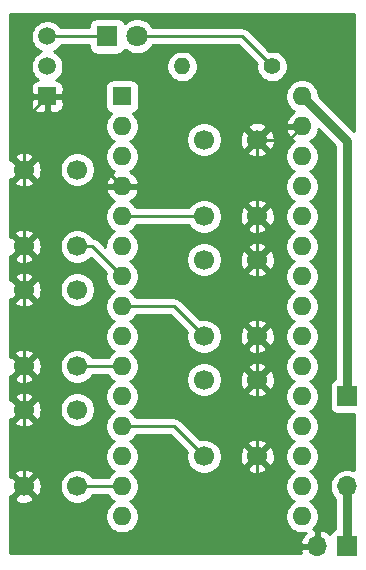
<source format=gtl>
%TF.GenerationSoftware,KiCad,Pcbnew,(5.1.12)-1*%
%TF.CreationDate,2022-02-13T14:19:26+09:00*%
%TF.ProjectId,IRButton,49524275-7474-46f6-9e2e-6b696361645f,rev?*%
%TF.SameCoordinates,Original*%
%TF.FileFunction,Copper,L1,Top*%
%TF.FilePolarity,Positive*%
%FSLAX46Y46*%
G04 Gerber Fmt 4.6, Leading zero omitted, Abs format (unit mm)*
G04 Created by KiCad (PCBNEW (5.1.12)-1) date 2022-02-13 14:19:26*
%MOMM*%
%LPD*%
G01*
G04 APERTURE LIST*
%TA.AperFunction,ComponentPad*%
%ADD10R,1.700000X1.700000*%
%TD*%
%TA.AperFunction,ComponentPad*%
%ADD11O,1.700000X1.700000*%
%TD*%
%TA.AperFunction,ComponentPad*%
%ADD12R,1.600000X1.600000*%
%TD*%
%TA.AperFunction,ComponentPad*%
%ADD13O,1.600000X1.600000*%
%TD*%
%TA.AperFunction,ComponentPad*%
%ADD14R,1.800000X1.800000*%
%TD*%
%TA.AperFunction,ComponentPad*%
%ADD15C,1.800000*%
%TD*%
%TA.AperFunction,ComponentPad*%
%ADD16C,1.500000*%
%TD*%
%TA.AperFunction,ComponentPad*%
%ADD17R,1.500000X1.500000*%
%TD*%
%TA.AperFunction,ComponentPad*%
%ADD18C,1.400000*%
%TD*%
%TA.AperFunction,ComponentPad*%
%ADD19O,1.400000X1.400000*%
%TD*%
%TA.AperFunction,ComponentPad*%
%ADD20C,1.700000*%
%TD*%
%TA.AperFunction,Conductor*%
%ADD21C,0.250000*%
%TD*%
%TA.AperFunction,Conductor*%
%ADD22C,0.762000*%
%TD*%
%TA.AperFunction,Conductor*%
%ADD23C,0.254000*%
%TD*%
%TA.AperFunction,Conductor*%
%ADD24C,0.100000*%
%TD*%
G04 APERTURE END LIST*
D10*
%TO.P,SW0,1*%
%TO.N,Net-(A1-Pad30)*%
X72390000Y-109220000D03*
D11*
%TO.P,SW0,2*%
%TO.N,Net-(BT1-Pad1)*%
X72390000Y-116840000D03*
%TD*%
D12*
%TO.P,Nano,1*%
%TO.N,Net-(A1-Pad1)*%
X53340000Y-83820000D03*
D13*
%TO.P,Nano,17*%
%TO.N,Net-(A1-Pad17)*%
X68580000Y-116840000D03*
%TO.P,Nano,2*%
%TO.N,Net-(A1-Pad2)*%
X53340000Y-86360000D03*
%TO.P,Nano,18*%
%TO.N,Net-(A1-Pad18)*%
X68580000Y-114300000D03*
%TO.P,Nano,3*%
%TO.N,Net-(A1-Pad3)*%
X53340000Y-88900000D03*
%TO.P,Nano,19*%
%TO.N,Net-(A1-Pad19)*%
X68580000Y-111760000D03*
%TO.P,Nano,4*%
%TO.N,GND*%
X53340000Y-91440000D03*
%TO.P,Nano,20*%
%TO.N,Net-(A1-Pad20)*%
X68580000Y-109220000D03*
%TO.P,Nano,5*%
%TO.N,Net-(A1-Pad5)*%
X53340000Y-93980000D03*
%TO.P,Nano,21*%
%TO.N,Net-(A1-Pad21)*%
X68580000Y-106680000D03*
%TO.P,Nano,6*%
%TO.N,Net-(A1-Pad6)*%
X53340000Y-96520000D03*
%TO.P,Nano,22*%
%TO.N,Net-(A1-Pad22)*%
X68580000Y-104140000D03*
%TO.P,Nano,7*%
%TO.N,Net-(A1-Pad7)*%
X53340000Y-99060000D03*
%TO.P,Nano,23*%
%TO.N,Net-(A1-Pad23)*%
X68580000Y-101600000D03*
%TO.P,Nano,8*%
%TO.N,Net-(A1-Pad8)*%
X53340000Y-101600000D03*
%TO.P,Nano,24*%
%TO.N,Net-(A1-Pad24)*%
X68580000Y-99060000D03*
%TO.P,Nano,9*%
%TO.N,Net-(A1-Pad9)*%
X53340000Y-104140000D03*
%TO.P,Nano,25*%
%TO.N,Net-(A1-Pad25)*%
X68580000Y-96520000D03*
%TO.P,Nano,10*%
%TO.N,Net-(A1-Pad10)*%
X53340000Y-106680000D03*
%TO.P,Nano,26*%
%TO.N,Net-(A1-Pad26)*%
X68580000Y-93980000D03*
%TO.P,Nano,11*%
%TO.N,Net-(A1-Pad11)*%
X53340000Y-109220000D03*
%TO.P,Nano,27*%
%TO.N,Net-(A1-Pad27)*%
X68580000Y-91440000D03*
%TO.P,Nano,12*%
%TO.N,Net-(A1-Pad12)*%
X53340000Y-111760000D03*
%TO.P,Nano,28*%
%TO.N,Net-(A1-Pad28)*%
X68580000Y-88900000D03*
%TO.P,Nano,13*%
%TO.N,Net-(A1-Pad13)*%
X53340000Y-114300000D03*
%TO.P,Nano,29*%
%TO.N,GND*%
X68580000Y-86360000D03*
%TO.P,Nano,14*%
%TO.N,Net-(A1-Pad14)*%
X53340000Y-116840000D03*
%TO.P,Nano,30*%
%TO.N,Net-(A1-Pad30)*%
X68580000Y-83820000D03*
%TO.P,Nano,15*%
%TO.N,Net-(A1-Pad15)*%
X53340000Y-119380000D03*
%TO.P,Nano,16*%
%TO.N,Net-(A1-Pad16)*%
X68580000Y-119380000D03*
%TD*%
D14*
%TO.P,LED,1*%
%TO.N,Net-(D1-Pad1)*%
X52070000Y-78740000D03*
D15*
%TO.P,LED,2*%
%TO.N,Net-(D1-Pad2)*%
X54610000Y-78740000D03*
%TD*%
D16*
%TO.P,2N7000,2*%
%TO.N,Net-(A1-Pad6)*%
X46990000Y-81280000D03*
%TO.P,2N7000,3*%
%TO.N,Net-(D1-Pad1)*%
X46990000Y-78740000D03*
D17*
%TO.P,2N7000,1*%
%TO.N,GND*%
X46990000Y-83820000D03*
%TD*%
D18*
%TO.P,R1,1*%
%TO.N,Net-(D1-Pad2)*%
X66040000Y-81280000D03*
D19*
%TO.P,R1,2*%
%TO.N,Net-(A1-Pad27)*%
X58420000Y-81280000D03*
%TD*%
D20*
%TO.P,SW_D5,1*%
%TO.N,GND*%
X64770000Y-104140000D03*
%TO.P,SW_D5,2*%
X64770000Y-97640000D03*
%TO.P,SW_D5,3*%
%TO.N,Net-(A1-Pad8)*%
X60270000Y-104140000D03*
%TO.P,SW_D5,4*%
%TO.N,Net-(SW_D5-Pad4)*%
X60270000Y-97640000D03*
%TD*%
%TO.P,SW_D7,4*%
%TO.N,GND*%
X45030000Y-100180000D03*
%TO.P,SW_D7,3*%
X45030000Y-106680000D03*
%TO.P,SW_D7,2*%
%TO.N,Net-(SW_D7-Pad2)*%
X49530000Y-100180000D03*
%TO.P,SW_D7,1*%
%TO.N,Net-(A1-Pad10)*%
X49530000Y-106680000D03*
%TD*%
%TO.P,SW_D9,1*%
%TO.N,GND*%
X64770000Y-114300000D03*
%TO.P,SW_D9,2*%
X64770000Y-107800000D03*
%TO.P,SW_D9,3*%
%TO.N,Net-(A1-Pad12)*%
X60270000Y-114300000D03*
%TO.P,SW_D9,4*%
%TO.N,Net-(SW_D9-Pad4)*%
X60270000Y-107800000D03*
%TD*%
%TO.P,SW_D2,1*%
%TO.N,GND*%
X64770000Y-93980000D03*
%TO.P,SW_D2,2*%
X64770000Y-87480000D03*
%TO.P,SW_D2,3*%
%TO.N,Net-(A1-Pad5)*%
X60270000Y-93980000D03*
%TO.P,SW_D2,4*%
%TO.N,Net-(SW_D2-Pad4)*%
X60270000Y-87480000D03*
%TD*%
%TO.P,SW_D11,4*%
%TO.N,GND*%
X45030000Y-110340000D03*
%TO.P,SW_D11,3*%
X45030000Y-116840000D03*
%TO.P,SW_D11,2*%
%TO.N,Net-(SW_D11-Pad2)*%
X49530000Y-110340000D03*
%TO.P,SW_D11,1*%
%TO.N,Net-(A1-Pad14)*%
X49530000Y-116840000D03*
%TD*%
%TO.P,SW_D4,4*%
%TO.N,GND*%
X45030000Y-90020000D03*
%TO.P,SW_D4,3*%
X45030000Y-96520000D03*
%TO.P,SW_D4,2*%
%TO.N,Net-(SW_D4-Pad2)*%
X49530000Y-90020000D03*
%TO.P,SW_D4,1*%
%TO.N,Net-(A1-Pad7)*%
X49530000Y-96520000D03*
%TD*%
D10*
%TO.P,BT1,1*%
%TO.N,Net-(BT1-Pad1)*%
X72390000Y-121920000D03*
D11*
%TO.P,BT1,2*%
%TO.N,GND*%
X69850000Y-121920000D03*
%TD*%
D21*
%TO.N,GND*%
X67460000Y-87480000D02*
X68580000Y-86360000D01*
X64770000Y-87480000D02*
X67460000Y-87480000D01*
X45030000Y-90020000D02*
X45030000Y-96520000D01*
X45030000Y-96520000D02*
X45030000Y-100180000D01*
X45030000Y-100180000D02*
X45030000Y-106680000D01*
X45030000Y-106680000D02*
X45030000Y-110340000D01*
X45030000Y-110340000D02*
X45030000Y-116840000D01*
X68647919Y-121920000D02*
X69850000Y-121920000D01*
X64770000Y-118042081D02*
X68647919Y-121920000D01*
X64770000Y-114300000D02*
X64770000Y-118042081D01*
X50110000Y-121920000D02*
X45030000Y-116840000D01*
X69850000Y-121920000D02*
X50110000Y-121920000D01*
X64770000Y-104140000D02*
X64770000Y-107800000D01*
X64770000Y-93980000D02*
X64770000Y-97640000D01*
X64770000Y-107800000D02*
X64770000Y-114300000D01*
X64770000Y-97640000D02*
X64770000Y-104140000D01*
X53070000Y-91440000D02*
X53340000Y-91440000D01*
X64770000Y-87480000D02*
X64770000Y-93980000D01*
X45030000Y-85780000D02*
X46990000Y-83820000D01*
X45030000Y-90020000D02*
X45030000Y-85780000D01*
X46990000Y-85090000D02*
X46990000Y-83820000D01*
X53340000Y-91440000D02*
X46990000Y-85090000D01*
%TO.N,Net-(A1-Pad5)*%
X53340000Y-93980000D02*
X60270000Y-93980000D01*
%TO.N,Net-(A1-Pad7)*%
X50800000Y-96520000D02*
X53340000Y-99060000D01*
X49530000Y-96520000D02*
X50800000Y-96520000D01*
%TO.N,Net-(A1-Pad8)*%
X57730000Y-101600000D02*
X60270000Y-104140000D01*
X53340000Y-101600000D02*
X57730000Y-101600000D01*
%TO.N,Net-(A1-Pad10)*%
X49530000Y-106680000D02*
X53340000Y-106680000D01*
%TO.N,Net-(A1-Pad12)*%
X57730000Y-111760000D02*
X60270000Y-114300000D01*
X53340000Y-111760000D02*
X57730000Y-111760000D01*
%TO.N,Net-(A1-Pad14)*%
X49530000Y-116840000D02*
X53340000Y-116840000D01*
D22*
%TO.N,Net-(A1-Pad30)*%
X68580000Y-83820000D02*
X72390000Y-87630000D01*
X72390000Y-87630000D02*
X72390000Y-109220000D01*
%TO.N,Net-(BT1-Pad1)*%
X72390000Y-116840000D02*
X72390000Y-121920000D01*
D21*
%TO.N,Net-(D1-Pad1)*%
X46990000Y-78740000D02*
X52070000Y-78740000D01*
%TO.N,Net-(D1-Pad2)*%
X63500000Y-78740000D02*
X66040000Y-81280000D01*
X54610000Y-78740000D02*
X63500000Y-78740000D01*
%TD*%
D23*
%TO.N,GND*%
X72975000Y-86778159D02*
X70015000Y-83818160D01*
X70015000Y-83678665D01*
X69959853Y-83401426D01*
X69851680Y-83140273D01*
X69694637Y-82905241D01*
X69494759Y-82705363D01*
X69259727Y-82548320D01*
X68998574Y-82440147D01*
X68721335Y-82385000D01*
X68438665Y-82385000D01*
X68161426Y-82440147D01*
X67900273Y-82548320D01*
X67665241Y-82705363D01*
X67465363Y-82905241D01*
X67308320Y-83140273D01*
X67200147Y-83401426D01*
X67145000Y-83678665D01*
X67145000Y-83961335D01*
X67200147Y-84238574D01*
X67308320Y-84499727D01*
X67465363Y-84734759D01*
X67665241Y-84934637D01*
X67900273Y-85091680D01*
X67910865Y-85096067D01*
X67724869Y-85207615D01*
X67516481Y-85396586D01*
X67348963Y-85622580D01*
X67228754Y-85876913D01*
X67188096Y-86010961D01*
X67310085Y-86233000D01*
X68453000Y-86233000D01*
X68453000Y-86213000D01*
X68707000Y-86213000D01*
X68707000Y-86233000D01*
X68727000Y-86233000D01*
X68727000Y-86487000D01*
X68707000Y-86487000D01*
X68707000Y-86507000D01*
X68453000Y-86507000D01*
X68453000Y-86487000D01*
X67310085Y-86487000D01*
X67188096Y-86709039D01*
X67228754Y-86843087D01*
X67348963Y-87097420D01*
X67516481Y-87323414D01*
X67724869Y-87512385D01*
X67910865Y-87623933D01*
X67900273Y-87628320D01*
X67665241Y-87785363D01*
X67465363Y-87985241D01*
X67308320Y-88220273D01*
X67200147Y-88481426D01*
X67145000Y-88758665D01*
X67145000Y-89041335D01*
X67200147Y-89318574D01*
X67308320Y-89579727D01*
X67465363Y-89814759D01*
X67665241Y-90014637D01*
X67897759Y-90170000D01*
X67665241Y-90325363D01*
X67465363Y-90525241D01*
X67308320Y-90760273D01*
X67200147Y-91021426D01*
X67145000Y-91298665D01*
X67145000Y-91581335D01*
X67200147Y-91858574D01*
X67308320Y-92119727D01*
X67465363Y-92354759D01*
X67665241Y-92554637D01*
X67897759Y-92710000D01*
X67665241Y-92865363D01*
X67465363Y-93065241D01*
X67308320Y-93300273D01*
X67200147Y-93561426D01*
X67145000Y-93838665D01*
X67145000Y-94121335D01*
X67200147Y-94398574D01*
X67308320Y-94659727D01*
X67465363Y-94894759D01*
X67665241Y-95094637D01*
X67897759Y-95250000D01*
X67665241Y-95405363D01*
X67465363Y-95605241D01*
X67308320Y-95840273D01*
X67200147Y-96101426D01*
X67145000Y-96378665D01*
X67145000Y-96661335D01*
X67200147Y-96938574D01*
X67308320Y-97199727D01*
X67465363Y-97434759D01*
X67665241Y-97634637D01*
X67897759Y-97790000D01*
X67665241Y-97945363D01*
X67465363Y-98145241D01*
X67308320Y-98380273D01*
X67200147Y-98641426D01*
X67145000Y-98918665D01*
X67145000Y-99201335D01*
X67200147Y-99478574D01*
X67308320Y-99739727D01*
X67465363Y-99974759D01*
X67665241Y-100174637D01*
X67897759Y-100330000D01*
X67665241Y-100485363D01*
X67465363Y-100685241D01*
X67308320Y-100920273D01*
X67200147Y-101181426D01*
X67145000Y-101458665D01*
X67145000Y-101741335D01*
X67200147Y-102018574D01*
X67308320Y-102279727D01*
X67465363Y-102514759D01*
X67665241Y-102714637D01*
X67897759Y-102870000D01*
X67665241Y-103025363D01*
X67465363Y-103225241D01*
X67308320Y-103460273D01*
X67200147Y-103721426D01*
X67145000Y-103998665D01*
X67145000Y-104281335D01*
X67200147Y-104558574D01*
X67308320Y-104819727D01*
X67465363Y-105054759D01*
X67665241Y-105254637D01*
X67897759Y-105410000D01*
X67665241Y-105565363D01*
X67465363Y-105765241D01*
X67308320Y-106000273D01*
X67200147Y-106261426D01*
X67145000Y-106538665D01*
X67145000Y-106821335D01*
X67200147Y-107098574D01*
X67308320Y-107359727D01*
X67465363Y-107594759D01*
X67665241Y-107794637D01*
X67897759Y-107950000D01*
X67665241Y-108105363D01*
X67465363Y-108305241D01*
X67308320Y-108540273D01*
X67200147Y-108801426D01*
X67145000Y-109078665D01*
X67145000Y-109361335D01*
X67200147Y-109638574D01*
X67308320Y-109899727D01*
X67465363Y-110134759D01*
X67665241Y-110334637D01*
X67897759Y-110490000D01*
X67665241Y-110645363D01*
X67465363Y-110845241D01*
X67308320Y-111080273D01*
X67200147Y-111341426D01*
X67145000Y-111618665D01*
X67145000Y-111901335D01*
X67200147Y-112178574D01*
X67308320Y-112439727D01*
X67465363Y-112674759D01*
X67665241Y-112874637D01*
X67897759Y-113030000D01*
X67665241Y-113185363D01*
X67465363Y-113385241D01*
X67308320Y-113620273D01*
X67200147Y-113881426D01*
X67145000Y-114158665D01*
X67145000Y-114441335D01*
X67200147Y-114718574D01*
X67308320Y-114979727D01*
X67465363Y-115214759D01*
X67665241Y-115414637D01*
X67897759Y-115570000D01*
X67665241Y-115725363D01*
X67465363Y-115925241D01*
X67308320Y-116160273D01*
X67200147Y-116421426D01*
X67145000Y-116698665D01*
X67145000Y-116981335D01*
X67200147Y-117258574D01*
X67308320Y-117519727D01*
X67465363Y-117754759D01*
X67665241Y-117954637D01*
X67897759Y-118110000D01*
X67665241Y-118265363D01*
X67465363Y-118465241D01*
X67308320Y-118700273D01*
X67200147Y-118961426D01*
X67145000Y-119238665D01*
X67145000Y-119521335D01*
X67200147Y-119798574D01*
X67308320Y-120059727D01*
X67465363Y-120294759D01*
X67665241Y-120494637D01*
X67900273Y-120651680D01*
X68161426Y-120759853D01*
X68438665Y-120815000D01*
X68721335Y-120815000D01*
X68909975Y-120777477D01*
X68849731Y-120822412D01*
X68654822Y-121038645D01*
X68505843Y-121288748D01*
X68408519Y-121563109D01*
X68529186Y-121793000D01*
X69723000Y-121793000D01*
X69723000Y-120599845D01*
X69504736Y-120484660D01*
X69694637Y-120294759D01*
X69851680Y-120059727D01*
X69959853Y-119798574D01*
X70015000Y-119521335D01*
X70015000Y-119238665D01*
X69959853Y-118961426D01*
X69851680Y-118700273D01*
X69694637Y-118465241D01*
X69494759Y-118265363D01*
X69262241Y-118110000D01*
X69494759Y-117954637D01*
X69694637Y-117754759D01*
X69851680Y-117519727D01*
X69959853Y-117258574D01*
X70015000Y-116981335D01*
X70015000Y-116698665D01*
X69959853Y-116421426D01*
X69851680Y-116160273D01*
X69694637Y-115925241D01*
X69494759Y-115725363D01*
X69262241Y-115570000D01*
X69494759Y-115414637D01*
X69694637Y-115214759D01*
X69851680Y-114979727D01*
X69959853Y-114718574D01*
X70015000Y-114441335D01*
X70015000Y-114158665D01*
X69959853Y-113881426D01*
X69851680Y-113620273D01*
X69694637Y-113385241D01*
X69494759Y-113185363D01*
X69262241Y-113030000D01*
X69494759Y-112874637D01*
X69694637Y-112674759D01*
X69851680Y-112439727D01*
X69959853Y-112178574D01*
X70015000Y-111901335D01*
X70015000Y-111618665D01*
X69959853Y-111341426D01*
X69851680Y-111080273D01*
X69694637Y-110845241D01*
X69494759Y-110645363D01*
X69262241Y-110490000D01*
X69494759Y-110334637D01*
X69694637Y-110134759D01*
X69851680Y-109899727D01*
X69959853Y-109638574D01*
X70015000Y-109361335D01*
X70015000Y-109078665D01*
X69959853Y-108801426D01*
X69851680Y-108540273D01*
X69694637Y-108305241D01*
X69494759Y-108105363D01*
X69262241Y-107950000D01*
X69494759Y-107794637D01*
X69694637Y-107594759D01*
X69851680Y-107359727D01*
X69959853Y-107098574D01*
X70015000Y-106821335D01*
X70015000Y-106538665D01*
X69959853Y-106261426D01*
X69851680Y-106000273D01*
X69694637Y-105765241D01*
X69494759Y-105565363D01*
X69262241Y-105410000D01*
X69494759Y-105254637D01*
X69694637Y-105054759D01*
X69851680Y-104819727D01*
X69959853Y-104558574D01*
X70015000Y-104281335D01*
X70015000Y-103998665D01*
X69959853Y-103721426D01*
X69851680Y-103460273D01*
X69694637Y-103225241D01*
X69494759Y-103025363D01*
X69262241Y-102870000D01*
X69494759Y-102714637D01*
X69694637Y-102514759D01*
X69851680Y-102279727D01*
X69959853Y-102018574D01*
X70015000Y-101741335D01*
X70015000Y-101458665D01*
X69959853Y-101181426D01*
X69851680Y-100920273D01*
X69694637Y-100685241D01*
X69494759Y-100485363D01*
X69262241Y-100330000D01*
X69494759Y-100174637D01*
X69694637Y-99974759D01*
X69851680Y-99739727D01*
X69959853Y-99478574D01*
X70015000Y-99201335D01*
X70015000Y-98918665D01*
X69959853Y-98641426D01*
X69851680Y-98380273D01*
X69694637Y-98145241D01*
X69494759Y-97945363D01*
X69262241Y-97790000D01*
X69494759Y-97634637D01*
X69694637Y-97434759D01*
X69851680Y-97199727D01*
X69959853Y-96938574D01*
X70015000Y-96661335D01*
X70015000Y-96378665D01*
X69959853Y-96101426D01*
X69851680Y-95840273D01*
X69694637Y-95605241D01*
X69494759Y-95405363D01*
X69262241Y-95250000D01*
X69494759Y-95094637D01*
X69694637Y-94894759D01*
X69851680Y-94659727D01*
X69959853Y-94398574D01*
X70015000Y-94121335D01*
X70015000Y-93838665D01*
X69959853Y-93561426D01*
X69851680Y-93300273D01*
X69694637Y-93065241D01*
X69494759Y-92865363D01*
X69262241Y-92710000D01*
X69494759Y-92554637D01*
X69694637Y-92354759D01*
X69851680Y-92119727D01*
X69959853Y-91858574D01*
X70015000Y-91581335D01*
X70015000Y-91298665D01*
X69959853Y-91021426D01*
X69851680Y-90760273D01*
X69694637Y-90525241D01*
X69494759Y-90325363D01*
X69262241Y-90170000D01*
X69494759Y-90014637D01*
X69694637Y-89814759D01*
X69851680Y-89579727D01*
X69959853Y-89318574D01*
X70015000Y-89041335D01*
X70015000Y-88758665D01*
X69959853Y-88481426D01*
X69851680Y-88220273D01*
X69694637Y-87985241D01*
X69494759Y-87785363D01*
X69259727Y-87628320D01*
X69249135Y-87623933D01*
X69435131Y-87512385D01*
X69643519Y-87323414D01*
X69811037Y-87097420D01*
X69931246Y-86843087D01*
X69971904Y-86709039D01*
X69898388Y-86575229D01*
X71374000Y-88050841D01*
X71374001Y-107756782D01*
X71295820Y-107780498D01*
X71185506Y-107839463D01*
X71088815Y-107918815D01*
X71009463Y-108015506D01*
X70950498Y-108125820D01*
X70914188Y-108245518D01*
X70901928Y-108370000D01*
X70901928Y-110070000D01*
X70914188Y-110194482D01*
X70950498Y-110314180D01*
X71009463Y-110424494D01*
X71088815Y-110521185D01*
X71185506Y-110600537D01*
X71295820Y-110659502D01*
X71415518Y-110695812D01*
X71540000Y-110708072D01*
X72975001Y-110708072D01*
X72975001Y-115474963D01*
X72823158Y-115412068D01*
X72536260Y-115355000D01*
X72243740Y-115355000D01*
X71956842Y-115412068D01*
X71686589Y-115524010D01*
X71443368Y-115686525D01*
X71236525Y-115893368D01*
X71074010Y-116136589D01*
X70962068Y-116406842D01*
X70905000Y-116693740D01*
X70905000Y-116986260D01*
X70962068Y-117273158D01*
X71074010Y-117543411D01*
X71236525Y-117786632D01*
X71374000Y-117924107D01*
X71374001Y-120456782D01*
X71295820Y-120480498D01*
X71185506Y-120539463D01*
X71088815Y-120618815D01*
X71009463Y-120715506D01*
X70950498Y-120825820D01*
X70926034Y-120906466D01*
X70850269Y-120822412D01*
X70616920Y-120648359D01*
X70354099Y-120523175D01*
X70206890Y-120478524D01*
X69977000Y-120599845D01*
X69977000Y-121793000D01*
X69997000Y-121793000D01*
X69997000Y-122047000D01*
X69977000Y-122047000D01*
X69977000Y-122067000D01*
X69723000Y-122067000D01*
X69723000Y-122047000D01*
X68529186Y-122047000D01*
X68408519Y-122276891D01*
X68489436Y-122505000D01*
X43865000Y-122505000D01*
X43865000Y-117868397D01*
X44181208Y-117868397D01*
X44258843Y-118117472D01*
X44522883Y-118243371D01*
X44806411Y-118315339D01*
X45098531Y-118330611D01*
X45388019Y-118288599D01*
X45663747Y-118190919D01*
X45801157Y-118117472D01*
X45878792Y-117868397D01*
X45030000Y-117019605D01*
X44181208Y-117868397D01*
X43865000Y-117868397D01*
X43865000Y-117646214D01*
X44001603Y-117688792D01*
X44850395Y-116840000D01*
X45209605Y-116840000D01*
X46058397Y-117688792D01*
X46307472Y-117611157D01*
X46433371Y-117347117D01*
X46505339Y-117063589D01*
X46520611Y-116771469D01*
X46478599Y-116481981D01*
X46380919Y-116206253D01*
X46307472Y-116068843D01*
X46058397Y-115991208D01*
X45209605Y-116840000D01*
X44850395Y-116840000D01*
X44001603Y-115991208D01*
X43865000Y-116033786D01*
X43865000Y-115811603D01*
X44181208Y-115811603D01*
X45030000Y-116660395D01*
X45878792Y-115811603D01*
X45801157Y-115562528D01*
X45537117Y-115436629D01*
X45253589Y-115364661D01*
X44961469Y-115349389D01*
X44671981Y-115391401D01*
X44396253Y-115489081D01*
X44258843Y-115562528D01*
X44181208Y-115811603D01*
X43865000Y-115811603D01*
X43865000Y-111368397D01*
X44181208Y-111368397D01*
X44258843Y-111617472D01*
X44522883Y-111743371D01*
X44806411Y-111815339D01*
X45098531Y-111830611D01*
X45388019Y-111788599D01*
X45663747Y-111690919D01*
X45801157Y-111617472D01*
X45878792Y-111368397D01*
X45030000Y-110519605D01*
X44181208Y-111368397D01*
X43865000Y-111368397D01*
X43865000Y-111146214D01*
X44001603Y-111188792D01*
X44850395Y-110340000D01*
X45209605Y-110340000D01*
X46058397Y-111188792D01*
X46307472Y-111111157D01*
X46433371Y-110847117D01*
X46505339Y-110563589D01*
X46520611Y-110271469D01*
X46509331Y-110193740D01*
X48045000Y-110193740D01*
X48045000Y-110486260D01*
X48102068Y-110773158D01*
X48214010Y-111043411D01*
X48376525Y-111286632D01*
X48583368Y-111493475D01*
X48826589Y-111655990D01*
X49096842Y-111767932D01*
X49383740Y-111825000D01*
X49676260Y-111825000D01*
X49963158Y-111767932D01*
X50233411Y-111655990D01*
X50476632Y-111493475D01*
X50683475Y-111286632D01*
X50845990Y-111043411D01*
X50957932Y-110773158D01*
X51015000Y-110486260D01*
X51015000Y-110193740D01*
X50957932Y-109906842D01*
X50845990Y-109636589D01*
X50683475Y-109393368D01*
X50476632Y-109186525D01*
X50233411Y-109024010D01*
X49963158Y-108912068D01*
X49676260Y-108855000D01*
X49383740Y-108855000D01*
X49096842Y-108912068D01*
X48826589Y-109024010D01*
X48583368Y-109186525D01*
X48376525Y-109393368D01*
X48214010Y-109636589D01*
X48102068Y-109906842D01*
X48045000Y-110193740D01*
X46509331Y-110193740D01*
X46478599Y-109981981D01*
X46380919Y-109706253D01*
X46307472Y-109568843D01*
X46058397Y-109491208D01*
X45209605Y-110340000D01*
X44850395Y-110340000D01*
X44001603Y-109491208D01*
X43865000Y-109533786D01*
X43865000Y-109311603D01*
X44181208Y-109311603D01*
X45030000Y-110160395D01*
X45878792Y-109311603D01*
X45801157Y-109062528D01*
X45537117Y-108936629D01*
X45253589Y-108864661D01*
X44961469Y-108849389D01*
X44671981Y-108891401D01*
X44396253Y-108989081D01*
X44258843Y-109062528D01*
X44181208Y-109311603D01*
X43865000Y-109311603D01*
X43865000Y-107708397D01*
X44181208Y-107708397D01*
X44258843Y-107957472D01*
X44522883Y-108083371D01*
X44806411Y-108155339D01*
X45098531Y-108170611D01*
X45388019Y-108128599D01*
X45663747Y-108030919D01*
X45801157Y-107957472D01*
X45878792Y-107708397D01*
X45030000Y-106859605D01*
X44181208Y-107708397D01*
X43865000Y-107708397D01*
X43865000Y-107486214D01*
X44001603Y-107528792D01*
X44850395Y-106680000D01*
X45209605Y-106680000D01*
X46058397Y-107528792D01*
X46307472Y-107451157D01*
X46433371Y-107187117D01*
X46505339Y-106903589D01*
X46520611Y-106611469D01*
X46478599Y-106321981D01*
X46380919Y-106046253D01*
X46307472Y-105908843D01*
X46058397Y-105831208D01*
X45209605Y-106680000D01*
X44850395Y-106680000D01*
X44001603Y-105831208D01*
X43865000Y-105873786D01*
X43865000Y-105651603D01*
X44181208Y-105651603D01*
X45030000Y-106500395D01*
X45878792Y-105651603D01*
X45801157Y-105402528D01*
X45537117Y-105276629D01*
X45253589Y-105204661D01*
X44961469Y-105189389D01*
X44671981Y-105231401D01*
X44396253Y-105329081D01*
X44258843Y-105402528D01*
X44181208Y-105651603D01*
X43865000Y-105651603D01*
X43865000Y-101208397D01*
X44181208Y-101208397D01*
X44258843Y-101457472D01*
X44522883Y-101583371D01*
X44806411Y-101655339D01*
X45098531Y-101670611D01*
X45388019Y-101628599D01*
X45663747Y-101530919D01*
X45801157Y-101457472D01*
X45878792Y-101208397D01*
X45030000Y-100359605D01*
X44181208Y-101208397D01*
X43865000Y-101208397D01*
X43865000Y-100986214D01*
X44001603Y-101028792D01*
X44850395Y-100180000D01*
X45209605Y-100180000D01*
X46058397Y-101028792D01*
X46307472Y-100951157D01*
X46433371Y-100687117D01*
X46505339Y-100403589D01*
X46520611Y-100111469D01*
X46509331Y-100033740D01*
X48045000Y-100033740D01*
X48045000Y-100326260D01*
X48102068Y-100613158D01*
X48214010Y-100883411D01*
X48376525Y-101126632D01*
X48583368Y-101333475D01*
X48826589Y-101495990D01*
X49096842Y-101607932D01*
X49383740Y-101665000D01*
X49676260Y-101665000D01*
X49963158Y-101607932D01*
X50233411Y-101495990D01*
X50476632Y-101333475D01*
X50683475Y-101126632D01*
X50845990Y-100883411D01*
X50957932Y-100613158D01*
X51015000Y-100326260D01*
X51015000Y-100033740D01*
X50957932Y-99746842D01*
X50845990Y-99476589D01*
X50683475Y-99233368D01*
X50476632Y-99026525D01*
X50233411Y-98864010D01*
X49963158Y-98752068D01*
X49676260Y-98695000D01*
X49383740Y-98695000D01*
X49096842Y-98752068D01*
X48826589Y-98864010D01*
X48583368Y-99026525D01*
X48376525Y-99233368D01*
X48214010Y-99476589D01*
X48102068Y-99746842D01*
X48045000Y-100033740D01*
X46509331Y-100033740D01*
X46478599Y-99821981D01*
X46380919Y-99546253D01*
X46307472Y-99408843D01*
X46058397Y-99331208D01*
X45209605Y-100180000D01*
X44850395Y-100180000D01*
X44001603Y-99331208D01*
X43865000Y-99373786D01*
X43865000Y-99151603D01*
X44181208Y-99151603D01*
X45030000Y-100000395D01*
X45878792Y-99151603D01*
X45801157Y-98902528D01*
X45537117Y-98776629D01*
X45253589Y-98704661D01*
X44961469Y-98689389D01*
X44671981Y-98731401D01*
X44396253Y-98829081D01*
X44258843Y-98902528D01*
X44181208Y-99151603D01*
X43865000Y-99151603D01*
X43865000Y-97548397D01*
X44181208Y-97548397D01*
X44258843Y-97797472D01*
X44522883Y-97923371D01*
X44806411Y-97995339D01*
X45098531Y-98010611D01*
X45388019Y-97968599D01*
X45663747Y-97870919D01*
X45801157Y-97797472D01*
X45878792Y-97548397D01*
X45030000Y-96699605D01*
X44181208Y-97548397D01*
X43865000Y-97548397D01*
X43865000Y-97326214D01*
X44001603Y-97368792D01*
X44850395Y-96520000D01*
X45209605Y-96520000D01*
X46058397Y-97368792D01*
X46307472Y-97291157D01*
X46433371Y-97027117D01*
X46505339Y-96743589D01*
X46520611Y-96451469D01*
X46509331Y-96373740D01*
X48045000Y-96373740D01*
X48045000Y-96666260D01*
X48102068Y-96953158D01*
X48214010Y-97223411D01*
X48376525Y-97466632D01*
X48583368Y-97673475D01*
X48826589Y-97835990D01*
X49096842Y-97947932D01*
X49383740Y-98005000D01*
X49676260Y-98005000D01*
X49963158Y-97947932D01*
X50233411Y-97835990D01*
X50476632Y-97673475D01*
X50677653Y-97472454D01*
X51941312Y-98736114D01*
X51905000Y-98918665D01*
X51905000Y-99201335D01*
X51960147Y-99478574D01*
X52068320Y-99739727D01*
X52225363Y-99974759D01*
X52425241Y-100174637D01*
X52657759Y-100330000D01*
X52425241Y-100485363D01*
X52225363Y-100685241D01*
X52068320Y-100920273D01*
X51960147Y-101181426D01*
X51905000Y-101458665D01*
X51905000Y-101741335D01*
X51960147Y-102018574D01*
X52068320Y-102279727D01*
X52225363Y-102514759D01*
X52425241Y-102714637D01*
X52657759Y-102870000D01*
X52425241Y-103025363D01*
X52225363Y-103225241D01*
X52068320Y-103460273D01*
X51960147Y-103721426D01*
X51905000Y-103998665D01*
X51905000Y-104281335D01*
X51960147Y-104558574D01*
X52068320Y-104819727D01*
X52225363Y-105054759D01*
X52425241Y-105254637D01*
X52657759Y-105410000D01*
X52425241Y-105565363D01*
X52225363Y-105765241D01*
X52121957Y-105920000D01*
X50808178Y-105920000D01*
X50683475Y-105733368D01*
X50476632Y-105526525D01*
X50233411Y-105364010D01*
X49963158Y-105252068D01*
X49676260Y-105195000D01*
X49383740Y-105195000D01*
X49096842Y-105252068D01*
X48826589Y-105364010D01*
X48583368Y-105526525D01*
X48376525Y-105733368D01*
X48214010Y-105976589D01*
X48102068Y-106246842D01*
X48045000Y-106533740D01*
X48045000Y-106826260D01*
X48102068Y-107113158D01*
X48214010Y-107383411D01*
X48376525Y-107626632D01*
X48583368Y-107833475D01*
X48826589Y-107995990D01*
X49096842Y-108107932D01*
X49383740Y-108165000D01*
X49676260Y-108165000D01*
X49963158Y-108107932D01*
X50233411Y-107995990D01*
X50476632Y-107833475D01*
X50683475Y-107626632D01*
X50808178Y-107440000D01*
X52121957Y-107440000D01*
X52225363Y-107594759D01*
X52425241Y-107794637D01*
X52657759Y-107950000D01*
X52425241Y-108105363D01*
X52225363Y-108305241D01*
X52068320Y-108540273D01*
X51960147Y-108801426D01*
X51905000Y-109078665D01*
X51905000Y-109361335D01*
X51960147Y-109638574D01*
X52068320Y-109899727D01*
X52225363Y-110134759D01*
X52425241Y-110334637D01*
X52657759Y-110490000D01*
X52425241Y-110645363D01*
X52225363Y-110845241D01*
X52068320Y-111080273D01*
X51960147Y-111341426D01*
X51905000Y-111618665D01*
X51905000Y-111901335D01*
X51960147Y-112178574D01*
X52068320Y-112439727D01*
X52225363Y-112674759D01*
X52425241Y-112874637D01*
X52657759Y-113030000D01*
X52425241Y-113185363D01*
X52225363Y-113385241D01*
X52068320Y-113620273D01*
X51960147Y-113881426D01*
X51905000Y-114158665D01*
X51905000Y-114441335D01*
X51960147Y-114718574D01*
X52068320Y-114979727D01*
X52225363Y-115214759D01*
X52425241Y-115414637D01*
X52657759Y-115570000D01*
X52425241Y-115725363D01*
X52225363Y-115925241D01*
X52121957Y-116080000D01*
X50808178Y-116080000D01*
X50683475Y-115893368D01*
X50476632Y-115686525D01*
X50233411Y-115524010D01*
X49963158Y-115412068D01*
X49676260Y-115355000D01*
X49383740Y-115355000D01*
X49096842Y-115412068D01*
X48826589Y-115524010D01*
X48583368Y-115686525D01*
X48376525Y-115893368D01*
X48214010Y-116136589D01*
X48102068Y-116406842D01*
X48045000Y-116693740D01*
X48045000Y-116986260D01*
X48102068Y-117273158D01*
X48214010Y-117543411D01*
X48376525Y-117786632D01*
X48583368Y-117993475D01*
X48826589Y-118155990D01*
X49096842Y-118267932D01*
X49383740Y-118325000D01*
X49676260Y-118325000D01*
X49963158Y-118267932D01*
X50233411Y-118155990D01*
X50476632Y-117993475D01*
X50683475Y-117786632D01*
X50808178Y-117600000D01*
X52121957Y-117600000D01*
X52225363Y-117754759D01*
X52425241Y-117954637D01*
X52657759Y-118110000D01*
X52425241Y-118265363D01*
X52225363Y-118465241D01*
X52068320Y-118700273D01*
X51960147Y-118961426D01*
X51905000Y-119238665D01*
X51905000Y-119521335D01*
X51960147Y-119798574D01*
X52068320Y-120059727D01*
X52225363Y-120294759D01*
X52425241Y-120494637D01*
X52660273Y-120651680D01*
X52921426Y-120759853D01*
X53198665Y-120815000D01*
X53481335Y-120815000D01*
X53758574Y-120759853D01*
X54019727Y-120651680D01*
X54254759Y-120494637D01*
X54454637Y-120294759D01*
X54611680Y-120059727D01*
X54719853Y-119798574D01*
X54775000Y-119521335D01*
X54775000Y-119238665D01*
X54719853Y-118961426D01*
X54611680Y-118700273D01*
X54454637Y-118465241D01*
X54254759Y-118265363D01*
X54022241Y-118110000D01*
X54254759Y-117954637D01*
X54454637Y-117754759D01*
X54611680Y-117519727D01*
X54719853Y-117258574D01*
X54775000Y-116981335D01*
X54775000Y-116698665D01*
X54719853Y-116421426D01*
X54611680Y-116160273D01*
X54454637Y-115925241D01*
X54254759Y-115725363D01*
X54022241Y-115570000D01*
X54254759Y-115414637D01*
X54454637Y-115214759D01*
X54611680Y-114979727D01*
X54719853Y-114718574D01*
X54775000Y-114441335D01*
X54775000Y-114158665D01*
X54719853Y-113881426D01*
X54611680Y-113620273D01*
X54454637Y-113385241D01*
X54254759Y-113185363D01*
X54022241Y-113030000D01*
X54254759Y-112874637D01*
X54454637Y-112674759D01*
X54558043Y-112520000D01*
X57415199Y-112520000D01*
X58828790Y-113933593D01*
X58785000Y-114153740D01*
X58785000Y-114446260D01*
X58842068Y-114733158D01*
X58954010Y-115003411D01*
X59116525Y-115246632D01*
X59323368Y-115453475D01*
X59566589Y-115615990D01*
X59836842Y-115727932D01*
X60123740Y-115785000D01*
X60416260Y-115785000D01*
X60703158Y-115727932D01*
X60973411Y-115615990D01*
X61216632Y-115453475D01*
X61341710Y-115328397D01*
X63921208Y-115328397D01*
X63998843Y-115577472D01*
X64262883Y-115703371D01*
X64546411Y-115775339D01*
X64838531Y-115790611D01*
X65128019Y-115748599D01*
X65403747Y-115650919D01*
X65541157Y-115577472D01*
X65618792Y-115328397D01*
X64770000Y-114479605D01*
X63921208Y-115328397D01*
X61341710Y-115328397D01*
X61423475Y-115246632D01*
X61585990Y-115003411D01*
X61697932Y-114733158D01*
X61755000Y-114446260D01*
X61755000Y-114368531D01*
X63279389Y-114368531D01*
X63321401Y-114658019D01*
X63419081Y-114933747D01*
X63492528Y-115071157D01*
X63741603Y-115148792D01*
X64590395Y-114300000D01*
X64949605Y-114300000D01*
X65798397Y-115148792D01*
X66047472Y-115071157D01*
X66173371Y-114807117D01*
X66245339Y-114523589D01*
X66260611Y-114231469D01*
X66218599Y-113941981D01*
X66120919Y-113666253D01*
X66047472Y-113528843D01*
X65798397Y-113451208D01*
X64949605Y-114300000D01*
X64590395Y-114300000D01*
X63741603Y-113451208D01*
X63492528Y-113528843D01*
X63366629Y-113792883D01*
X63294661Y-114076411D01*
X63279389Y-114368531D01*
X61755000Y-114368531D01*
X61755000Y-114153740D01*
X61697932Y-113866842D01*
X61585990Y-113596589D01*
X61423475Y-113353368D01*
X61341710Y-113271603D01*
X63921208Y-113271603D01*
X64770000Y-114120395D01*
X65618792Y-113271603D01*
X65541157Y-113022528D01*
X65277117Y-112896629D01*
X64993589Y-112824661D01*
X64701469Y-112809389D01*
X64411981Y-112851401D01*
X64136253Y-112949081D01*
X63998843Y-113022528D01*
X63921208Y-113271603D01*
X61341710Y-113271603D01*
X61216632Y-113146525D01*
X60973411Y-112984010D01*
X60703158Y-112872068D01*
X60416260Y-112815000D01*
X60123740Y-112815000D01*
X59903593Y-112858790D01*
X58293804Y-111249003D01*
X58270001Y-111219999D01*
X58154276Y-111125026D01*
X58022247Y-111054454D01*
X57878986Y-111010997D01*
X57767333Y-111000000D01*
X57767322Y-111000000D01*
X57730000Y-110996324D01*
X57692678Y-111000000D01*
X54558043Y-111000000D01*
X54454637Y-110845241D01*
X54254759Y-110645363D01*
X54022241Y-110490000D01*
X54254759Y-110334637D01*
X54454637Y-110134759D01*
X54611680Y-109899727D01*
X54719853Y-109638574D01*
X54775000Y-109361335D01*
X54775000Y-109078665D01*
X54719853Y-108801426D01*
X54611680Y-108540273D01*
X54454637Y-108305241D01*
X54254759Y-108105363D01*
X54022241Y-107950000D01*
X54254759Y-107794637D01*
X54395656Y-107653740D01*
X58785000Y-107653740D01*
X58785000Y-107946260D01*
X58842068Y-108233158D01*
X58954010Y-108503411D01*
X59116525Y-108746632D01*
X59323368Y-108953475D01*
X59566589Y-109115990D01*
X59836842Y-109227932D01*
X60123740Y-109285000D01*
X60416260Y-109285000D01*
X60703158Y-109227932D01*
X60973411Y-109115990D01*
X61216632Y-108953475D01*
X61341710Y-108828397D01*
X63921208Y-108828397D01*
X63998843Y-109077472D01*
X64262883Y-109203371D01*
X64546411Y-109275339D01*
X64838531Y-109290611D01*
X65128019Y-109248599D01*
X65403747Y-109150919D01*
X65541157Y-109077472D01*
X65618792Y-108828397D01*
X64770000Y-107979605D01*
X63921208Y-108828397D01*
X61341710Y-108828397D01*
X61423475Y-108746632D01*
X61585990Y-108503411D01*
X61697932Y-108233158D01*
X61755000Y-107946260D01*
X61755000Y-107868531D01*
X63279389Y-107868531D01*
X63321401Y-108158019D01*
X63419081Y-108433747D01*
X63492528Y-108571157D01*
X63741603Y-108648792D01*
X64590395Y-107800000D01*
X64949605Y-107800000D01*
X65798397Y-108648792D01*
X66047472Y-108571157D01*
X66173371Y-108307117D01*
X66245339Y-108023589D01*
X66260611Y-107731469D01*
X66218599Y-107441981D01*
X66120919Y-107166253D01*
X66047472Y-107028843D01*
X65798397Y-106951208D01*
X64949605Y-107800000D01*
X64590395Y-107800000D01*
X63741603Y-106951208D01*
X63492528Y-107028843D01*
X63366629Y-107292883D01*
X63294661Y-107576411D01*
X63279389Y-107868531D01*
X61755000Y-107868531D01*
X61755000Y-107653740D01*
X61697932Y-107366842D01*
X61585990Y-107096589D01*
X61423475Y-106853368D01*
X61341710Y-106771603D01*
X63921208Y-106771603D01*
X64770000Y-107620395D01*
X65618792Y-106771603D01*
X65541157Y-106522528D01*
X65277117Y-106396629D01*
X64993589Y-106324661D01*
X64701469Y-106309389D01*
X64411981Y-106351401D01*
X64136253Y-106449081D01*
X63998843Y-106522528D01*
X63921208Y-106771603D01*
X61341710Y-106771603D01*
X61216632Y-106646525D01*
X60973411Y-106484010D01*
X60703158Y-106372068D01*
X60416260Y-106315000D01*
X60123740Y-106315000D01*
X59836842Y-106372068D01*
X59566589Y-106484010D01*
X59323368Y-106646525D01*
X59116525Y-106853368D01*
X58954010Y-107096589D01*
X58842068Y-107366842D01*
X58785000Y-107653740D01*
X54395656Y-107653740D01*
X54454637Y-107594759D01*
X54611680Y-107359727D01*
X54719853Y-107098574D01*
X54775000Y-106821335D01*
X54775000Y-106538665D01*
X54719853Y-106261426D01*
X54611680Y-106000273D01*
X54454637Y-105765241D01*
X54254759Y-105565363D01*
X54022241Y-105410000D01*
X54254759Y-105254637D01*
X54454637Y-105054759D01*
X54611680Y-104819727D01*
X54719853Y-104558574D01*
X54775000Y-104281335D01*
X54775000Y-103998665D01*
X54719853Y-103721426D01*
X54611680Y-103460273D01*
X54454637Y-103225241D01*
X54254759Y-103025363D01*
X54022241Y-102870000D01*
X54254759Y-102714637D01*
X54454637Y-102514759D01*
X54558043Y-102360000D01*
X57415199Y-102360000D01*
X58828790Y-103773593D01*
X58785000Y-103993740D01*
X58785000Y-104286260D01*
X58842068Y-104573158D01*
X58954010Y-104843411D01*
X59116525Y-105086632D01*
X59323368Y-105293475D01*
X59566589Y-105455990D01*
X59836842Y-105567932D01*
X60123740Y-105625000D01*
X60416260Y-105625000D01*
X60703158Y-105567932D01*
X60973411Y-105455990D01*
X61216632Y-105293475D01*
X61341710Y-105168397D01*
X63921208Y-105168397D01*
X63998843Y-105417472D01*
X64262883Y-105543371D01*
X64546411Y-105615339D01*
X64838531Y-105630611D01*
X65128019Y-105588599D01*
X65403747Y-105490919D01*
X65541157Y-105417472D01*
X65618792Y-105168397D01*
X64770000Y-104319605D01*
X63921208Y-105168397D01*
X61341710Y-105168397D01*
X61423475Y-105086632D01*
X61585990Y-104843411D01*
X61697932Y-104573158D01*
X61755000Y-104286260D01*
X61755000Y-104208531D01*
X63279389Y-104208531D01*
X63321401Y-104498019D01*
X63419081Y-104773747D01*
X63492528Y-104911157D01*
X63741603Y-104988792D01*
X64590395Y-104140000D01*
X64949605Y-104140000D01*
X65798397Y-104988792D01*
X66047472Y-104911157D01*
X66173371Y-104647117D01*
X66245339Y-104363589D01*
X66260611Y-104071469D01*
X66218599Y-103781981D01*
X66120919Y-103506253D01*
X66047472Y-103368843D01*
X65798397Y-103291208D01*
X64949605Y-104140000D01*
X64590395Y-104140000D01*
X63741603Y-103291208D01*
X63492528Y-103368843D01*
X63366629Y-103632883D01*
X63294661Y-103916411D01*
X63279389Y-104208531D01*
X61755000Y-104208531D01*
X61755000Y-103993740D01*
X61697932Y-103706842D01*
X61585990Y-103436589D01*
X61423475Y-103193368D01*
X61341710Y-103111603D01*
X63921208Y-103111603D01*
X64770000Y-103960395D01*
X65618792Y-103111603D01*
X65541157Y-102862528D01*
X65277117Y-102736629D01*
X64993589Y-102664661D01*
X64701469Y-102649389D01*
X64411981Y-102691401D01*
X64136253Y-102789081D01*
X63998843Y-102862528D01*
X63921208Y-103111603D01*
X61341710Y-103111603D01*
X61216632Y-102986525D01*
X60973411Y-102824010D01*
X60703158Y-102712068D01*
X60416260Y-102655000D01*
X60123740Y-102655000D01*
X59903593Y-102698790D01*
X58293804Y-101089003D01*
X58270001Y-101059999D01*
X58154276Y-100965026D01*
X58022247Y-100894454D01*
X57878986Y-100850997D01*
X57767333Y-100840000D01*
X57767322Y-100840000D01*
X57730000Y-100836324D01*
X57692678Y-100840000D01*
X54558043Y-100840000D01*
X54454637Y-100685241D01*
X54254759Y-100485363D01*
X54022241Y-100330000D01*
X54254759Y-100174637D01*
X54454637Y-99974759D01*
X54611680Y-99739727D01*
X54719853Y-99478574D01*
X54775000Y-99201335D01*
X54775000Y-98918665D01*
X54719853Y-98641426D01*
X54611680Y-98380273D01*
X54454637Y-98145241D01*
X54254759Y-97945363D01*
X54022241Y-97790000D01*
X54254759Y-97634637D01*
X54395656Y-97493740D01*
X58785000Y-97493740D01*
X58785000Y-97786260D01*
X58842068Y-98073158D01*
X58954010Y-98343411D01*
X59116525Y-98586632D01*
X59323368Y-98793475D01*
X59566589Y-98955990D01*
X59836842Y-99067932D01*
X60123740Y-99125000D01*
X60416260Y-99125000D01*
X60703158Y-99067932D01*
X60973411Y-98955990D01*
X61216632Y-98793475D01*
X61341710Y-98668397D01*
X63921208Y-98668397D01*
X63998843Y-98917472D01*
X64262883Y-99043371D01*
X64546411Y-99115339D01*
X64838531Y-99130611D01*
X65128019Y-99088599D01*
X65403747Y-98990919D01*
X65541157Y-98917472D01*
X65618792Y-98668397D01*
X64770000Y-97819605D01*
X63921208Y-98668397D01*
X61341710Y-98668397D01*
X61423475Y-98586632D01*
X61585990Y-98343411D01*
X61697932Y-98073158D01*
X61755000Y-97786260D01*
X61755000Y-97708531D01*
X63279389Y-97708531D01*
X63321401Y-97998019D01*
X63419081Y-98273747D01*
X63492528Y-98411157D01*
X63741603Y-98488792D01*
X64590395Y-97640000D01*
X64949605Y-97640000D01*
X65798397Y-98488792D01*
X66047472Y-98411157D01*
X66173371Y-98147117D01*
X66245339Y-97863589D01*
X66260611Y-97571469D01*
X66218599Y-97281981D01*
X66120919Y-97006253D01*
X66047472Y-96868843D01*
X65798397Y-96791208D01*
X64949605Y-97640000D01*
X64590395Y-97640000D01*
X63741603Y-96791208D01*
X63492528Y-96868843D01*
X63366629Y-97132883D01*
X63294661Y-97416411D01*
X63279389Y-97708531D01*
X61755000Y-97708531D01*
X61755000Y-97493740D01*
X61697932Y-97206842D01*
X61585990Y-96936589D01*
X61423475Y-96693368D01*
X61341710Y-96611603D01*
X63921208Y-96611603D01*
X64770000Y-97460395D01*
X65618792Y-96611603D01*
X65541157Y-96362528D01*
X65277117Y-96236629D01*
X64993589Y-96164661D01*
X64701469Y-96149389D01*
X64411981Y-96191401D01*
X64136253Y-96289081D01*
X63998843Y-96362528D01*
X63921208Y-96611603D01*
X61341710Y-96611603D01*
X61216632Y-96486525D01*
X60973411Y-96324010D01*
X60703158Y-96212068D01*
X60416260Y-96155000D01*
X60123740Y-96155000D01*
X59836842Y-96212068D01*
X59566589Y-96324010D01*
X59323368Y-96486525D01*
X59116525Y-96693368D01*
X58954010Y-96936589D01*
X58842068Y-97206842D01*
X58785000Y-97493740D01*
X54395656Y-97493740D01*
X54454637Y-97434759D01*
X54611680Y-97199727D01*
X54719853Y-96938574D01*
X54775000Y-96661335D01*
X54775000Y-96378665D01*
X54719853Y-96101426D01*
X54611680Y-95840273D01*
X54454637Y-95605241D01*
X54254759Y-95405363D01*
X54022241Y-95250000D01*
X54254759Y-95094637D01*
X54454637Y-94894759D01*
X54558043Y-94740000D01*
X58991822Y-94740000D01*
X59116525Y-94926632D01*
X59323368Y-95133475D01*
X59566589Y-95295990D01*
X59836842Y-95407932D01*
X60123740Y-95465000D01*
X60416260Y-95465000D01*
X60703158Y-95407932D01*
X60973411Y-95295990D01*
X61216632Y-95133475D01*
X61341710Y-95008397D01*
X63921208Y-95008397D01*
X63998843Y-95257472D01*
X64262883Y-95383371D01*
X64546411Y-95455339D01*
X64838531Y-95470611D01*
X65128019Y-95428599D01*
X65403747Y-95330919D01*
X65541157Y-95257472D01*
X65618792Y-95008397D01*
X64770000Y-94159605D01*
X63921208Y-95008397D01*
X61341710Y-95008397D01*
X61423475Y-94926632D01*
X61585990Y-94683411D01*
X61697932Y-94413158D01*
X61755000Y-94126260D01*
X61755000Y-94048531D01*
X63279389Y-94048531D01*
X63321401Y-94338019D01*
X63419081Y-94613747D01*
X63492528Y-94751157D01*
X63741603Y-94828792D01*
X64590395Y-93980000D01*
X64949605Y-93980000D01*
X65798397Y-94828792D01*
X66047472Y-94751157D01*
X66173371Y-94487117D01*
X66245339Y-94203589D01*
X66260611Y-93911469D01*
X66218599Y-93621981D01*
X66120919Y-93346253D01*
X66047472Y-93208843D01*
X65798397Y-93131208D01*
X64949605Y-93980000D01*
X64590395Y-93980000D01*
X63741603Y-93131208D01*
X63492528Y-93208843D01*
X63366629Y-93472883D01*
X63294661Y-93756411D01*
X63279389Y-94048531D01*
X61755000Y-94048531D01*
X61755000Y-93833740D01*
X61697932Y-93546842D01*
X61585990Y-93276589D01*
X61423475Y-93033368D01*
X61341710Y-92951603D01*
X63921208Y-92951603D01*
X64770000Y-93800395D01*
X65618792Y-92951603D01*
X65541157Y-92702528D01*
X65277117Y-92576629D01*
X64993589Y-92504661D01*
X64701469Y-92489389D01*
X64411981Y-92531401D01*
X64136253Y-92629081D01*
X63998843Y-92702528D01*
X63921208Y-92951603D01*
X61341710Y-92951603D01*
X61216632Y-92826525D01*
X60973411Y-92664010D01*
X60703158Y-92552068D01*
X60416260Y-92495000D01*
X60123740Y-92495000D01*
X59836842Y-92552068D01*
X59566589Y-92664010D01*
X59323368Y-92826525D01*
X59116525Y-93033368D01*
X58991822Y-93220000D01*
X54558043Y-93220000D01*
X54454637Y-93065241D01*
X54254759Y-92865363D01*
X54019727Y-92708320D01*
X54009135Y-92703933D01*
X54195131Y-92592385D01*
X54403519Y-92403414D01*
X54571037Y-92177420D01*
X54691246Y-91923087D01*
X54731904Y-91789039D01*
X54609915Y-91567000D01*
X53467000Y-91567000D01*
X53467000Y-91587000D01*
X53213000Y-91587000D01*
X53213000Y-91567000D01*
X52070085Y-91567000D01*
X51948096Y-91789039D01*
X51988754Y-91923087D01*
X52108963Y-92177420D01*
X52276481Y-92403414D01*
X52484869Y-92592385D01*
X52670865Y-92703933D01*
X52660273Y-92708320D01*
X52425241Y-92865363D01*
X52225363Y-93065241D01*
X52068320Y-93300273D01*
X51960147Y-93561426D01*
X51905000Y-93838665D01*
X51905000Y-94121335D01*
X51960147Y-94398574D01*
X52068320Y-94659727D01*
X52225363Y-94894759D01*
X52425241Y-95094637D01*
X52657759Y-95250000D01*
X52425241Y-95405363D01*
X52225363Y-95605241D01*
X52068320Y-95840273D01*
X51960147Y-96101426D01*
X51905000Y-96378665D01*
X51905000Y-96550199D01*
X51363804Y-96009003D01*
X51340001Y-95979999D01*
X51224276Y-95885026D01*
X51092247Y-95814454D01*
X50948986Y-95770997D01*
X50837333Y-95760000D01*
X50837322Y-95760000D01*
X50806125Y-95756927D01*
X50683475Y-95573368D01*
X50476632Y-95366525D01*
X50233411Y-95204010D01*
X49963158Y-95092068D01*
X49676260Y-95035000D01*
X49383740Y-95035000D01*
X49096842Y-95092068D01*
X48826589Y-95204010D01*
X48583368Y-95366525D01*
X48376525Y-95573368D01*
X48214010Y-95816589D01*
X48102068Y-96086842D01*
X48045000Y-96373740D01*
X46509331Y-96373740D01*
X46478599Y-96161981D01*
X46380919Y-95886253D01*
X46307472Y-95748843D01*
X46058397Y-95671208D01*
X45209605Y-96520000D01*
X44850395Y-96520000D01*
X44001603Y-95671208D01*
X43865000Y-95713786D01*
X43865000Y-95491603D01*
X44181208Y-95491603D01*
X45030000Y-96340395D01*
X45878792Y-95491603D01*
X45801157Y-95242528D01*
X45537117Y-95116629D01*
X45253589Y-95044661D01*
X44961469Y-95029389D01*
X44671981Y-95071401D01*
X44396253Y-95169081D01*
X44258843Y-95242528D01*
X44181208Y-95491603D01*
X43865000Y-95491603D01*
X43865000Y-91048397D01*
X44181208Y-91048397D01*
X44258843Y-91297472D01*
X44522883Y-91423371D01*
X44806411Y-91495339D01*
X45098531Y-91510611D01*
X45388019Y-91468599D01*
X45663747Y-91370919D01*
X45801157Y-91297472D01*
X45878792Y-91048397D01*
X45030000Y-90199605D01*
X44181208Y-91048397D01*
X43865000Y-91048397D01*
X43865000Y-90826214D01*
X44001603Y-90868792D01*
X44850395Y-90020000D01*
X45209605Y-90020000D01*
X46058397Y-90868792D01*
X46307472Y-90791157D01*
X46433371Y-90527117D01*
X46505339Y-90243589D01*
X46520611Y-89951469D01*
X46509331Y-89873740D01*
X48045000Y-89873740D01*
X48045000Y-90166260D01*
X48102068Y-90453158D01*
X48214010Y-90723411D01*
X48376525Y-90966632D01*
X48583368Y-91173475D01*
X48826589Y-91335990D01*
X49096842Y-91447932D01*
X49383740Y-91505000D01*
X49676260Y-91505000D01*
X49963158Y-91447932D01*
X50233411Y-91335990D01*
X50476632Y-91173475D01*
X50683475Y-90966632D01*
X50845990Y-90723411D01*
X50957932Y-90453158D01*
X51015000Y-90166260D01*
X51015000Y-89873740D01*
X50957932Y-89586842D01*
X50845990Y-89316589D01*
X50683475Y-89073368D01*
X50476632Y-88866525D01*
X50233411Y-88704010D01*
X49963158Y-88592068D01*
X49676260Y-88535000D01*
X49383740Y-88535000D01*
X49096842Y-88592068D01*
X48826589Y-88704010D01*
X48583368Y-88866525D01*
X48376525Y-89073368D01*
X48214010Y-89316589D01*
X48102068Y-89586842D01*
X48045000Y-89873740D01*
X46509331Y-89873740D01*
X46478599Y-89661981D01*
X46380919Y-89386253D01*
X46307472Y-89248843D01*
X46058397Y-89171208D01*
X45209605Y-90020000D01*
X44850395Y-90020000D01*
X44001603Y-89171208D01*
X43865000Y-89213786D01*
X43865000Y-88991603D01*
X44181208Y-88991603D01*
X45030000Y-89840395D01*
X45878792Y-88991603D01*
X45801157Y-88742528D01*
X45537117Y-88616629D01*
X45253589Y-88544661D01*
X44961469Y-88529389D01*
X44671981Y-88571401D01*
X44396253Y-88669081D01*
X44258843Y-88742528D01*
X44181208Y-88991603D01*
X43865000Y-88991603D01*
X43865000Y-84570000D01*
X45601928Y-84570000D01*
X45614188Y-84694482D01*
X45650498Y-84814180D01*
X45709463Y-84924494D01*
X45788815Y-85021185D01*
X45885506Y-85100537D01*
X45995820Y-85159502D01*
X46115518Y-85195812D01*
X46240000Y-85208072D01*
X46704250Y-85205000D01*
X46863000Y-85046250D01*
X46863000Y-83947000D01*
X47117000Y-83947000D01*
X47117000Y-85046250D01*
X47275750Y-85205000D01*
X47740000Y-85208072D01*
X47864482Y-85195812D01*
X47984180Y-85159502D01*
X48094494Y-85100537D01*
X48191185Y-85021185D01*
X48270537Y-84924494D01*
X48329502Y-84814180D01*
X48365812Y-84694482D01*
X48378072Y-84570000D01*
X48375000Y-84105750D01*
X48216250Y-83947000D01*
X47117000Y-83947000D01*
X46863000Y-83947000D01*
X45763750Y-83947000D01*
X45605000Y-84105750D01*
X45601928Y-84570000D01*
X43865000Y-84570000D01*
X43865000Y-83070000D01*
X45601928Y-83070000D01*
X45605000Y-83534250D01*
X45763750Y-83693000D01*
X46863000Y-83693000D01*
X46863000Y-83673000D01*
X47117000Y-83673000D01*
X47117000Y-83693000D01*
X48216250Y-83693000D01*
X48375000Y-83534250D01*
X48378072Y-83070000D01*
X48373148Y-83020000D01*
X51901928Y-83020000D01*
X51901928Y-84620000D01*
X51914188Y-84744482D01*
X51950498Y-84864180D01*
X52009463Y-84974494D01*
X52088815Y-85071185D01*
X52185506Y-85150537D01*
X52295820Y-85209502D01*
X52415518Y-85245812D01*
X52423961Y-85246643D01*
X52225363Y-85445241D01*
X52068320Y-85680273D01*
X51960147Y-85941426D01*
X51905000Y-86218665D01*
X51905000Y-86501335D01*
X51960147Y-86778574D01*
X52068320Y-87039727D01*
X52225363Y-87274759D01*
X52425241Y-87474637D01*
X52657759Y-87630000D01*
X52425241Y-87785363D01*
X52225363Y-87985241D01*
X52068320Y-88220273D01*
X51960147Y-88481426D01*
X51905000Y-88758665D01*
X51905000Y-89041335D01*
X51960147Y-89318574D01*
X52068320Y-89579727D01*
X52225363Y-89814759D01*
X52425241Y-90014637D01*
X52660273Y-90171680D01*
X52670865Y-90176067D01*
X52484869Y-90287615D01*
X52276481Y-90476586D01*
X52108963Y-90702580D01*
X51988754Y-90956913D01*
X51948096Y-91090961D01*
X52070085Y-91313000D01*
X53213000Y-91313000D01*
X53213000Y-91293000D01*
X53467000Y-91293000D01*
X53467000Y-91313000D01*
X54609915Y-91313000D01*
X54731904Y-91090961D01*
X54691246Y-90956913D01*
X54571037Y-90702580D01*
X54403519Y-90476586D01*
X54195131Y-90287615D01*
X54009135Y-90176067D01*
X54019727Y-90171680D01*
X54254759Y-90014637D01*
X54454637Y-89814759D01*
X54611680Y-89579727D01*
X54719853Y-89318574D01*
X54775000Y-89041335D01*
X54775000Y-88758665D01*
X54719853Y-88481426D01*
X54611680Y-88220273D01*
X54454637Y-87985241D01*
X54254759Y-87785363D01*
X54022241Y-87630000D01*
X54254759Y-87474637D01*
X54395656Y-87333740D01*
X58785000Y-87333740D01*
X58785000Y-87626260D01*
X58842068Y-87913158D01*
X58954010Y-88183411D01*
X59116525Y-88426632D01*
X59323368Y-88633475D01*
X59566589Y-88795990D01*
X59836842Y-88907932D01*
X60123740Y-88965000D01*
X60416260Y-88965000D01*
X60703158Y-88907932D01*
X60973411Y-88795990D01*
X61216632Y-88633475D01*
X61341710Y-88508397D01*
X63921208Y-88508397D01*
X63998843Y-88757472D01*
X64262883Y-88883371D01*
X64546411Y-88955339D01*
X64838531Y-88970611D01*
X65128019Y-88928599D01*
X65403747Y-88830919D01*
X65541157Y-88757472D01*
X65618792Y-88508397D01*
X64770000Y-87659605D01*
X63921208Y-88508397D01*
X61341710Y-88508397D01*
X61423475Y-88426632D01*
X61585990Y-88183411D01*
X61697932Y-87913158D01*
X61755000Y-87626260D01*
X61755000Y-87548531D01*
X63279389Y-87548531D01*
X63321401Y-87838019D01*
X63419081Y-88113747D01*
X63492528Y-88251157D01*
X63741603Y-88328792D01*
X64590395Y-87480000D01*
X64949605Y-87480000D01*
X65798397Y-88328792D01*
X66047472Y-88251157D01*
X66173371Y-87987117D01*
X66245339Y-87703589D01*
X66260611Y-87411469D01*
X66218599Y-87121981D01*
X66120919Y-86846253D01*
X66047472Y-86708843D01*
X65798397Y-86631208D01*
X64949605Y-87480000D01*
X64590395Y-87480000D01*
X63741603Y-86631208D01*
X63492528Y-86708843D01*
X63366629Y-86972883D01*
X63294661Y-87256411D01*
X63279389Y-87548531D01*
X61755000Y-87548531D01*
X61755000Y-87333740D01*
X61697932Y-87046842D01*
X61585990Y-86776589D01*
X61423475Y-86533368D01*
X61341710Y-86451603D01*
X63921208Y-86451603D01*
X64770000Y-87300395D01*
X65618792Y-86451603D01*
X65541157Y-86202528D01*
X65277117Y-86076629D01*
X64993589Y-86004661D01*
X64701469Y-85989389D01*
X64411981Y-86031401D01*
X64136253Y-86129081D01*
X63998843Y-86202528D01*
X63921208Y-86451603D01*
X61341710Y-86451603D01*
X61216632Y-86326525D01*
X60973411Y-86164010D01*
X60703158Y-86052068D01*
X60416260Y-85995000D01*
X60123740Y-85995000D01*
X59836842Y-86052068D01*
X59566589Y-86164010D01*
X59323368Y-86326525D01*
X59116525Y-86533368D01*
X58954010Y-86776589D01*
X58842068Y-87046842D01*
X58785000Y-87333740D01*
X54395656Y-87333740D01*
X54454637Y-87274759D01*
X54611680Y-87039727D01*
X54719853Y-86778574D01*
X54775000Y-86501335D01*
X54775000Y-86218665D01*
X54719853Y-85941426D01*
X54611680Y-85680273D01*
X54454637Y-85445241D01*
X54256039Y-85246643D01*
X54264482Y-85245812D01*
X54384180Y-85209502D01*
X54494494Y-85150537D01*
X54591185Y-85071185D01*
X54670537Y-84974494D01*
X54729502Y-84864180D01*
X54765812Y-84744482D01*
X54778072Y-84620000D01*
X54778072Y-83020000D01*
X54765812Y-82895518D01*
X54729502Y-82775820D01*
X54670537Y-82665506D01*
X54591185Y-82568815D01*
X54494494Y-82489463D01*
X54384180Y-82430498D01*
X54264482Y-82394188D01*
X54140000Y-82381928D01*
X52540000Y-82381928D01*
X52415518Y-82394188D01*
X52295820Y-82430498D01*
X52185506Y-82489463D01*
X52088815Y-82568815D01*
X52009463Y-82665506D01*
X51950498Y-82775820D01*
X51914188Y-82895518D01*
X51901928Y-83020000D01*
X48373148Y-83020000D01*
X48365812Y-82945518D01*
X48329502Y-82825820D01*
X48270537Y-82715506D01*
X48191185Y-82618815D01*
X48094494Y-82539463D01*
X47984180Y-82480498D01*
X47864482Y-82444188D01*
X47756517Y-82433555D01*
X47872886Y-82355799D01*
X48065799Y-82162886D01*
X48217371Y-81936043D01*
X48321775Y-81683989D01*
X48375000Y-81416411D01*
X48375000Y-81148514D01*
X57085000Y-81148514D01*
X57085000Y-81411486D01*
X57136304Y-81669405D01*
X57236939Y-81912359D01*
X57383038Y-82131013D01*
X57568987Y-82316962D01*
X57787641Y-82463061D01*
X58030595Y-82563696D01*
X58288514Y-82615000D01*
X58551486Y-82615000D01*
X58809405Y-82563696D01*
X59052359Y-82463061D01*
X59271013Y-82316962D01*
X59456962Y-82131013D01*
X59603061Y-81912359D01*
X59703696Y-81669405D01*
X59755000Y-81411486D01*
X59755000Y-81148514D01*
X59703696Y-80890595D01*
X59603061Y-80647641D01*
X59456962Y-80428987D01*
X59271013Y-80243038D01*
X59052359Y-80096939D01*
X58809405Y-79996304D01*
X58551486Y-79945000D01*
X58288514Y-79945000D01*
X58030595Y-79996304D01*
X57787641Y-80096939D01*
X57568987Y-80243038D01*
X57383038Y-80428987D01*
X57236939Y-80647641D01*
X57136304Y-80890595D01*
X57085000Y-81148514D01*
X48375000Y-81148514D01*
X48375000Y-81143589D01*
X48321775Y-80876011D01*
X48217371Y-80623957D01*
X48065799Y-80397114D01*
X47872886Y-80204201D01*
X47646043Y-80052629D01*
X47543127Y-80010000D01*
X47646043Y-79967371D01*
X47872886Y-79815799D01*
X48065799Y-79622886D01*
X48147909Y-79500000D01*
X50531928Y-79500000D01*
X50531928Y-79640000D01*
X50544188Y-79764482D01*
X50580498Y-79884180D01*
X50639463Y-79994494D01*
X50718815Y-80091185D01*
X50815506Y-80170537D01*
X50925820Y-80229502D01*
X51045518Y-80265812D01*
X51170000Y-80278072D01*
X52970000Y-80278072D01*
X53094482Y-80265812D01*
X53214180Y-80229502D01*
X53324494Y-80170537D01*
X53421185Y-80091185D01*
X53500537Y-79994494D01*
X53559502Y-79884180D01*
X53565056Y-79865873D01*
X53631495Y-79932312D01*
X53882905Y-80100299D01*
X54162257Y-80216011D01*
X54458816Y-80275000D01*
X54761184Y-80275000D01*
X55057743Y-80216011D01*
X55337095Y-80100299D01*
X55588505Y-79932312D01*
X55802312Y-79718505D01*
X55948313Y-79500000D01*
X63185199Y-79500000D01*
X64726355Y-81041157D01*
X64705000Y-81148514D01*
X64705000Y-81411486D01*
X64756304Y-81669405D01*
X64856939Y-81912359D01*
X65003038Y-82131013D01*
X65188987Y-82316962D01*
X65407641Y-82463061D01*
X65650595Y-82563696D01*
X65908514Y-82615000D01*
X66171486Y-82615000D01*
X66429405Y-82563696D01*
X66672359Y-82463061D01*
X66891013Y-82316962D01*
X67076962Y-82131013D01*
X67223061Y-81912359D01*
X67323696Y-81669405D01*
X67375000Y-81411486D01*
X67375000Y-81148514D01*
X67323696Y-80890595D01*
X67223061Y-80647641D01*
X67076962Y-80428987D01*
X66891013Y-80243038D01*
X66672359Y-80096939D01*
X66429405Y-79996304D01*
X66171486Y-79945000D01*
X65908514Y-79945000D01*
X65801157Y-79966355D01*
X64063804Y-78229003D01*
X64040001Y-78199999D01*
X63924276Y-78105026D01*
X63792247Y-78034454D01*
X63648986Y-77990997D01*
X63537333Y-77980000D01*
X63537322Y-77980000D01*
X63500000Y-77976324D01*
X63462678Y-77980000D01*
X55948313Y-77980000D01*
X55802312Y-77761495D01*
X55588505Y-77547688D01*
X55337095Y-77379701D01*
X55057743Y-77263989D01*
X54761184Y-77205000D01*
X54458816Y-77205000D01*
X54162257Y-77263989D01*
X53882905Y-77379701D01*
X53631495Y-77547688D01*
X53565056Y-77614127D01*
X53559502Y-77595820D01*
X53500537Y-77485506D01*
X53421185Y-77388815D01*
X53324494Y-77309463D01*
X53214180Y-77250498D01*
X53094482Y-77214188D01*
X52970000Y-77201928D01*
X51170000Y-77201928D01*
X51045518Y-77214188D01*
X50925820Y-77250498D01*
X50815506Y-77309463D01*
X50718815Y-77388815D01*
X50639463Y-77485506D01*
X50580498Y-77595820D01*
X50544188Y-77715518D01*
X50531928Y-77840000D01*
X50531928Y-77980000D01*
X48147909Y-77980000D01*
X48065799Y-77857114D01*
X47872886Y-77664201D01*
X47646043Y-77512629D01*
X47393989Y-77408225D01*
X47126411Y-77355000D01*
X46853589Y-77355000D01*
X46586011Y-77408225D01*
X46333957Y-77512629D01*
X46107114Y-77664201D01*
X45914201Y-77857114D01*
X45762629Y-78083957D01*
X45658225Y-78336011D01*
X45605000Y-78603589D01*
X45605000Y-78876411D01*
X45658225Y-79143989D01*
X45762629Y-79396043D01*
X45914201Y-79622886D01*
X46107114Y-79815799D01*
X46333957Y-79967371D01*
X46436873Y-80010000D01*
X46333957Y-80052629D01*
X46107114Y-80204201D01*
X45914201Y-80397114D01*
X45762629Y-80623957D01*
X45658225Y-80876011D01*
X45605000Y-81143589D01*
X45605000Y-81416411D01*
X45658225Y-81683989D01*
X45762629Y-81936043D01*
X45914201Y-82162886D01*
X46107114Y-82355799D01*
X46223483Y-82433555D01*
X46115518Y-82444188D01*
X45995820Y-82480498D01*
X45885506Y-82539463D01*
X45788815Y-82618815D01*
X45709463Y-82715506D01*
X45650498Y-82825820D01*
X45614188Y-82945518D01*
X45601928Y-83070000D01*
X43865000Y-83070000D01*
X43865000Y-76885000D01*
X72975000Y-76885000D01*
X72975000Y-86778159D01*
%TA.AperFunction,Conductor*%
D24*
G36*
X72975000Y-86778159D02*
G01*
X70015000Y-83818160D01*
X70015000Y-83678665D01*
X69959853Y-83401426D01*
X69851680Y-83140273D01*
X69694637Y-82905241D01*
X69494759Y-82705363D01*
X69259727Y-82548320D01*
X68998574Y-82440147D01*
X68721335Y-82385000D01*
X68438665Y-82385000D01*
X68161426Y-82440147D01*
X67900273Y-82548320D01*
X67665241Y-82705363D01*
X67465363Y-82905241D01*
X67308320Y-83140273D01*
X67200147Y-83401426D01*
X67145000Y-83678665D01*
X67145000Y-83961335D01*
X67200147Y-84238574D01*
X67308320Y-84499727D01*
X67465363Y-84734759D01*
X67665241Y-84934637D01*
X67900273Y-85091680D01*
X67910865Y-85096067D01*
X67724869Y-85207615D01*
X67516481Y-85396586D01*
X67348963Y-85622580D01*
X67228754Y-85876913D01*
X67188096Y-86010961D01*
X67310085Y-86233000D01*
X68453000Y-86233000D01*
X68453000Y-86213000D01*
X68707000Y-86213000D01*
X68707000Y-86233000D01*
X68727000Y-86233000D01*
X68727000Y-86487000D01*
X68707000Y-86487000D01*
X68707000Y-86507000D01*
X68453000Y-86507000D01*
X68453000Y-86487000D01*
X67310085Y-86487000D01*
X67188096Y-86709039D01*
X67228754Y-86843087D01*
X67348963Y-87097420D01*
X67516481Y-87323414D01*
X67724869Y-87512385D01*
X67910865Y-87623933D01*
X67900273Y-87628320D01*
X67665241Y-87785363D01*
X67465363Y-87985241D01*
X67308320Y-88220273D01*
X67200147Y-88481426D01*
X67145000Y-88758665D01*
X67145000Y-89041335D01*
X67200147Y-89318574D01*
X67308320Y-89579727D01*
X67465363Y-89814759D01*
X67665241Y-90014637D01*
X67897759Y-90170000D01*
X67665241Y-90325363D01*
X67465363Y-90525241D01*
X67308320Y-90760273D01*
X67200147Y-91021426D01*
X67145000Y-91298665D01*
X67145000Y-91581335D01*
X67200147Y-91858574D01*
X67308320Y-92119727D01*
X67465363Y-92354759D01*
X67665241Y-92554637D01*
X67897759Y-92710000D01*
X67665241Y-92865363D01*
X67465363Y-93065241D01*
X67308320Y-93300273D01*
X67200147Y-93561426D01*
X67145000Y-93838665D01*
X67145000Y-94121335D01*
X67200147Y-94398574D01*
X67308320Y-94659727D01*
X67465363Y-94894759D01*
X67665241Y-95094637D01*
X67897759Y-95250000D01*
X67665241Y-95405363D01*
X67465363Y-95605241D01*
X67308320Y-95840273D01*
X67200147Y-96101426D01*
X67145000Y-96378665D01*
X67145000Y-96661335D01*
X67200147Y-96938574D01*
X67308320Y-97199727D01*
X67465363Y-97434759D01*
X67665241Y-97634637D01*
X67897759Y-97790000D01*
X67665241Y-97945363D01*
X67465363Y-98145241D01*
X67308320Y-98380273D01*
X67200147Y-98641426D01*
X67145000Y-98918665D01*
X67145000Y-99201335D01*
X67200147Y-99478574D01*
X67308320Y-99739727D01*
X67465363Y-99974759D01*
X67665241Y-100174637D01*
X67897759Y-100330000D01*
X67665241Y-100485363D01*
X67465363Y-100685241D01*
X67308320Y-100920273D01*
X67200147Y-101181426D01*
X67145000Y-101458665D01*
X67145000Y-101741335D01*
X67200147Y-102018574D01*
X67308320Y-102279727D01*
X67465363Y-102514759D01*
X67665241Y-102714637D01*
X67897759Y-102870000D01*
X67665241Y-103025363D01*
X67465363Y-103225241D01*
X67308320Y-103460273D01*
X67200147Y-103721426D01*
X67145000Y-103998665D01*
X67145000Y-104281335D01*
X67200147Y-104558574D01*
X67308320Y-104819727D01*
X67465363Y-105054759D01*
X67665241Y-105254637D01*
X67897759Y-105410000D01*
X67665241Y-105565363D01*
X67465363Y-105765241D01*
X67308320Y-106000273D01*
X67200147Y-106261426D01*
X67145000Y-106538665D01*
X67145000Y-106821335D01*
X67200147Y-107098574D01*
X67308320Y-107359727D01*
X67465363Y-107594759D01*
X67665241Y-107794637D01*
X67897759Y-107950000D01*
X67665241Y-108105363D01*
X67465363Y-108305241D01*
X67308320Y-108540273D01*
X67200147Y-108801426D01*
X67145000Y-109078665D01*
X67145000Y-109361335D01*
X67200147Y-109638574D01*
X67308320Y-109899727D01*
X67465363Y-110134759D01*
X67665241Y-110334637D01*
X67897759Y-110490000D01*
X67665241Y-110645363D01*
X67465363Y-110845241D01*
X67308320Y-111080273D01*
X67200147Y-111341426D01*
X67145000Y-111618665D01*
X67145000Y-111901335D01*
X67200147Y-112178574D01*
X67308320Y-112439727D01*
X67465363Y-112674759D01*
X67665241Y-112874637D01*
X67897759Y-113030000D01*
X67665241Y-113185363D01*
X67465363Y-113385241D01*
X67308320Y-113620273D01*
X67200147Y-113881426D01*
X67145000Y-114158665D01*
X67145000Y-114441335D01*
X67200147Y-114718574D01*
X67308320Y-114979727D01*
X67465363Y-115214759D01*
X67665241Y-115414637D01*
X67897759Y-115570000D01*
X67665241Y-115725363D01*
X67465363Y-115925241D01*
X67308320Y-116160273D01*
X67200147Y-116421426D01*
X67145000Y-116698665D01*
X67145000Y-116981335D01*
X67200147Y-117258574D01*
X67308320Y-117519727D01*
X67465363Y-117754759D01*
X67665241Y-117954637D01*
X67897759Y-118110000D01*
X67665241Y-118265363D01*
X67465363Y-118465241D01*
X67308320Y-118700273D01*
X67200147Y-118961426D01*
X67145000Y-119238665D01*
X67145000Y-119521335D01*
X67200147Y-119798574D01*
X67308320Y-120059727D01*
X67465363Y-120294759D01*
X67665241Y-120494637D01*
X67900273Y-120651680D01*
X68161426Y-120759853D01*
X68438665Y-120815000D01*
X68721335Y-120815000D01*
X68909975Y-120777477D01*
X68849731Y-120822412D01*
X68654822Y-121038645D01*
X68505843Y-121288748D01*
X68408519Y-121563109D01*
X68529186Y-121793000D01*
X69723000Y-121793000D01*
X69723000Y-120599845D01*
X69504736Y-120484660D01*
X69694637Y-120294759D01*
X69851680Y-120059727D01*
X69959853Y-119798574D01*
X70015000Y-119521335D01*
X70015000Y-119238665D01*
X69959853Y-118961426D01*
X69851680Y-118700273D01*
X69694637Y-118465241D01*
X69494759Y-118265363D01*
X69262241Y-118110000D01*
X69494759Y-117954637D01*
X69694637Y-117754759D01*
X69851680Y-117519727D01*
X69959853Y-117258574D01*
X70015000Y-116981335D01*
X70015000Y-116698665D01*
X69959853Y-116421426D01*
X69851680Y-116160273D01*
X69694637Y-115925241D01*
X69494759Y-115725363D01*
X69262241Y-115570000D01*
X69494759Y-115414637D01*
X69694637Y-115214759D01*
X69851680Y-114979727D01*
X69959853Y-114718574D01*
X70015000Y-114441335D01*
X70015000Y-114158665D01*
X69959853Y-113881426D01*
X69851680Y-113620273D01*
X69694637Y-113385241D01*
X69494759Y-113185363D01*
X69262241Y-113030000D01*
X69494759Y-112874637D01*
X69694637Y-112674759D01*
X69851680Y-112439727D01*
X69959853Y-112178574D01*
X70015000Y-111901335D01*
X70015000Y-111618665D01*
X69959853Y-111341426D01*
X69851680Y-111080273D01*
X69694637Y-110845241D01*
X69494759Y-110645363D01*
X69262241Y-110490000D01*
X69494759Y-110334637D01*
X69694637Y-110134759D01*
X69851680Y-109899727D01*
X69959853Y-109638574D01*
X70015000Y-109361335D01*
X70015000Y-109078665D01*
X69959853Y-108801426D01*
X69851680Y-108540273D01*
X69694637Y-108305241D01*
X69494759Y-108105363D01*
X69262241Y-107950000D01*
X69494759Y-107794637D01*
X69694637Y-107594759D01*
X69851680Y-107359727D01*
X69959853Y-107098574D01*
X70015000Y-106821335D01*
X70015000Y-106538665D01*
X69959853Y-106261426D01*
X69851680Y-106000273D01*
X69694637Y-105765241D01*
X69494759Y-105565363D01*
X69262241Y-105410000D01*
X69494759Y-105254637D01*
X69694637Y-105054759D01*
X69851680Y-104819727D01*
X69959853Y-104558574D01*
X70015000Y-104281335D01*
X70015000Y-103998665D01*
X69959853Y-103721426D01*
X69851680Y-103460273D01*
X69694637Y-103225241D01*
X69494759Y-103025363D01*
X69262241Y-102870000D01*
X69494759Y-102714637D01*
X69694637Y-102514759D01*
X69851680Y-102279727D01*
X69959853Y-102018574D01*
X70015000Y-101741335D01*
X70015000Y-101458665D01*
X69959853Y-101181426D01*
X69851680Y-100920273D01*
X69694637Y-100685241D01*
X69494759Y-100485363D01*
X69262241Y-100330000D01*
X69494759Y-100174637D01*
X69694637Y-99974759D01*
X69851680Y-99739727D01*
X69959853Y-99478574D01*
X70015000Y-99201335D01*
X70015000Y-98918665D01*
X69959853Y-98641426D01*
X69851680Y-98380273D01*
X69694637Y-98145241D01*
X69494759Y-97945363D01*
X69262241Y-97790000D01*
X69494759Y-97634637D01*
X69694637Y-97434759D01*
X69851680Y-97199727D01*
X69959853Y-96938574D01*
X70015000Y-96661335D01*
X70015000Y-96378665D01*
X69959853Y-96101426D01*
X69851680Y-95840273D01*
X69694637Y-95605241D01*
X69494759Y-95405363D01*
X69262241Y-95250000D01*
X69494759Y-95094637D01*
X69694637Y-94894759D01*
X69851680Y-94659727D01*
X69959853Y-94398574D01*
X70015000Y-94121335D01*
X70015000Y-93838665D01*
X69959853Y-93561426D01*
X69851680Y-93300273D01*
X69694637Y-93065241D01*
X69494759Y-92865363D01*
X69262241Y-92710000D01*
X69494759Y-92554637D01*
X69694637Y-92354759D01*
X69851680Y-92119727D01*
X69959853Y-91858574D01*
X70015000Y-91581335D01*
X70015000Y-91298665D01*
X69959853Y-91021426D01*
X69851680Y-90760273D01*
X69694637Y-90525241D01*
X69494759Y-90325363D01*
X69262241Y-90170000D01*
X69494759Y-90014637D01*
X69694637Y-89814759D01*
X69851680Y-89579727D01*
X69959853Y-89318574D01*
X70015000Y-89041335D01*
X70015000Y-88758665D01*
X69959853Y-88481426D01*
X69851680Y-88220273D01*
X69694637Y-87985241D01*
X69494759Y-87785363D01*
X69259727Y-87628320D01*
X69249135Y-87623933D01*
X69435131Y-87512385D01*
X69643519Y-87323414D01*
X69811037Y-87097420D01*
X69931246Y-86843087D01*
X69971904Y-86709039D01*
X69898388Y-86575229D01*
X71374000Y-88050841D01*
X71374001Y-107756782D01*
X71295820Y-107780498D01*
X71185506Y-107839463D01*
X71088815Y-107918815D01*
X71009463Y-108015506D01*
X70950498Y-108125820D01*
X70914188Y-108245518D01*
X70901928Y-108370000D01*
X70901928Y-110070000D01*
X70914188Y-110194482D01*
X70950498Y-110314180D01*
X71009463Y-110424494D01*
X71088815Y-110521185D01*
X71185506Y-110600537D01*
X71295820Y-110659502D01*
X71415518Y-110695812D01*
X71540000Y-110708072D01*
X72975001Y-110708072D01*
X72975001Y-115474963D01*
X72823158Y-115412068D01*
X72536260Y-115355000D01*
X72243740Y-115355000D01*
X71956842Y-115412068D01*
X71686589Y-115524010D01*
X71443368Y-115686525D01*
X71236525Y-115893368D01*
X71074010Y-116136589D01*
X70962068Y-116406842D01*
X70905000Y-116693740D01*
X70905000Y-116986260D01*
X70962068Y-117273158D01*
X71074010Y-117543411D01*
X71236525Y-117786632D01*
X71374000Y-117924107D01*
X71374001Y-120456782D01*
X71295820Y-120480498D01*
X71185506Y-120539463D01*
X71088815Y-120618815D01*
X71009463Y-120715506D01*
X70950498Y-120825820D01*
X70926034Y-120906466D01*
X70850269Y-120822412D01*
X70616920Y-120648359D01*
X70354099Y-120523175D01*
X70206890Y-120478524D01*
X69977000Y-120599845D01*
X69977000Y-121793000D01*
X69997000Y-121793000D01*
X69997000Y-122047000D01*
X69977000Y-122047000D01*
X69977000Y-122067000D01*
X69723000Y-122067000D01*
X69723000Y-122047000D01*
X68529186Y-122047000D01*
X68408519Y-122276891D01*
X68489436Y-122505000D01*
X43865000Y-122505000D01*
X43865000Y-117868397D01*
X44181208Y-117868397D01*
X44258843Y-118117472D01*
X44522883Y-118243371D01*
X44806411Y-118315339D01*
X45098531Y-118330611D01*
X45388019Y-118288599D01*
X45663747Y-118190919D01*
X45801157Y-118117472D01*
X45878792Y-117868397D01*
X45030000Y-117019605D01*
X44181208Y-117868397D01*
X43865000Y-117868397D01*
X43865000Y-117646214D01*
X44001603Y-117688792D01*
X44850395Y-116840000D01*
X45209605Y-116840000D01*
X46058397Y-117688792D01*
X46307472Y-117611157D01*
X46433371Y-117347117D01*
X46505339Y-117063589D01*
X46520611Y-116771469D01*
X46478599Y-116481981D01*
X46380919Y-116206253D01*
X46307472Y-116068843D01*
X46058397Y-115991208D01*
X45209605Y-116840000D01*
X44850395Y-116840000D01*
X44001603Y-115991208D01*
X43865000Y-116033786D01*
X43865000Y-115811603D01*
X44181208Y-115811603D01*
X45030000Y-116660395D01*
X45878792Y-115811603D01*
X45801157Y-115562528D01*
X45537117Y-115436629D01*
X45253589Y-115364661D01*
X44961469Y-115349389D01*
X44671981Y-115391401D01*
X44396253Y-115489081D01*
X44258843Y-115562528D01*
X44181208Y-115811603D01*
X43865000Y-115811603D01*
X43865000Y-111368397D01*
X44181208Y-111368397D01*
X44258843Y-111617472D01*
X44522883Y-111743371D01*
X44806411Y-111815339D01*
X45098531Y-111830611D01*
X45388019Y-111788599D01*
X45663747Y-111690919D01*
X45801157Y-111617472D01*
X45878792Y-111368397D01*
X45030000Y-110519605D01*
X44181208Y-111368397D01*
X43865000Y-111368397D01*
X43865000Y-111146214D01*
X44001603Y-111188792D01*
X44850395Y-110340000D01*
X45209605Y-110340000D01*
X46058397Y-111188792D01*
X46307472Y-111111157D01*
X46433371Y-110847117D01*
X46505339Y-110563589D01*
X46520611Y-110271469D01*
X46509331Y-110193740D01*
X48045000Y-110193740D01*
X48045000Y-110486260D01*
X48102068Y-110773158D01*
X48214010Y-111043411D01*
X48376525Y-111286632D01*
X48583368Y-111493475D01*
X48826589Y-111655990D01*
X49096842Y-111767932D01*
X49383740Y-111825000D01*
X49676260Y-111825000D01*
X49963158Y-111767932D01*
X50233411Y-111655990D01*
X50476632Y-111493475D01*
X50683475Y-111286632D01*
X50845990Y-111043411D01*
X50957932Y-110773158D01*
X51015000Y-110486260D01*
X51015000Y-110193740D01*
X50957932Y-109906842D01*
X50845990Y-109636589D01*
X50683475Y-109393368D01*
X50476632Y-109186525D01*
X50233411Y-109024010D01*
X49963158Y-108912068D01*
X49676260Y-108855000D01*
X49383740Y-108855000D01*
X49096842Y-108912068D01*
X48826589Y-109024010D01*
X48583368Y-109186525D01*
X48376525Y-109393368D01*
X48214010Y-109636589D01*
X48102068Y-109906842D01*
X48045000Y-110193740D01*
X46509331Y-110193740D01*
X46478599Y-109981981D01*
X46380919Y-109706253D01*
X46307472Y-109568843D01*
X46058397Y-109491208D01*
X45209605Y-110340000D01*
X44850395Y-110340000D01*
X44001603Y-109491208D01*
X43865000Y-109533786D01*
X43865000Y-109311603D01*
X44181208Y-109311603D01*
X45030000Y-110160395D01*
X45878792Y-109311603D01*
X45801157Y-109062528D01*
X45537117Y-108936629D01*
X45253589Y-108864661D01*
X44961469Y-108849389D01*
X44671981Y-108891401D01*
X44396253Y-108989081D01*
X44258843Y-109062528D01*
X44181208Y-109311603D01*
X43865000Y-109311603D01*
X43865000Y-107708397D01*
X44181208Y-107708397D01*
X44258843Y-107957472D01*
X44522883Y-108083371D01*
X44806411Y-108155339D01*
X45098531Y-108170611D01*
X45388019Y-108128599D01*
X45663747Y-108030919D01*
X45801157Y-107957472D01*
X45878792Y-107708397D01*
X45030000Y-106859605D01*
X44181208Y-107708397D01*
X43865000Y-107708397D01*
X43865000Y-107486214D01*
X44001603Y-107528792D01*
X44850395Y-106680000D01*
X45209605Y-106680000D01*
X46058397Y-107528792D01*
X46307472Y-107451157D01*
X46433371Y-107187117D01*
X46505339Y-106903589D01*
X46520611Y-106611469D01*
X46478599Y-106321981D01*
X46380919Y-106046253D01*
X46307472Y-105908843D01*
X46058397Y-105831208D01*
X45209605Y-106680000D01*
X44850395Y-106680000D01*
X44001603Y-105831208D01*
X43865000Y-105873786D01*
X43865000Y-105651603D01*
X44181208Y-105651603D01*
X45030000Y-106500395D01*
X45878792Y-105651603D01*
X45801157Y-105402528D01*
X45537117Y-105276629D01*
X45253589Y-105204661D01*
X44961469Y-105189389D01*
X44671981Y-105231401D01*
X44396253Y-105329081D01*
X44258843Y-105402528D01*
X44181208Y-105651603D01*
X43865000Y-105651603D01*
X43865000Y-101208397D01*
X44181208Y-101208397D01*
X44258843Y-101457472D01*
X44522883Y-101583371D01*
X44806411Y-101655339D01*
X45098531Y-101670611D01*
X45388019Y-101628599D01*
X45663747Y-101530919D01*
X45801157Y-101457472D01*
X45878792Y-101208397D01*
X45030000Y-100359605D01*
X44181208Y-101208397D01*
X43865000Y-101208397D01*
X43865000Y-100986214D01*
X44001603Y-101028792D01*
X44850395Y-100180000D01*
X45209605Y-100180000D01*
X46058397Y-101028792D01*
X46307472Y-100951157D01*
X46433371Y-100687117D01*
X46505339Y-100403589D01*
X46520611Y-100111469D01*
X46509331Y-100033740D01*
X48045000Y-100033740D01*
X48045000Y-100326260D01*
X48102068Y-100613158D01*
X48214010Y-100883411D01*
X48376525Y-101126632D01*
X48583368Y-101333475D01*
X48826589Y-101495990D01*
X49096842Y-101607932D01*
X49383740Y-101665000D01*
X49676260Y-101665000D01*
X49963158Y-101607932D01*
X50233411Y-101495990D01*
X50476632Y-101333475D01*
X50683475Y-101126632D01*
X50845990Y-100883411D01*
X50957932Y-100613158D01*
X51015000Y-100326260D01*
X51015000Y-100033740D01*
X50957932Y-99746842D01*
X50845990Y-99476589D01*
X50683475Y-99233368D01*
X50476632Y-99026525D01*
X50233411Y-98864010D01*
X49963158Y-98752068D01*
X49676260Y-98695000D01*
X49383740Y-98695000D01*
X49096842Y-98752068D01*
X48826589Y-98864010D01*
X48583368Y-99026525D01*
X48376525Y-99233368D01*
X48214010Y-99476589D01*
X48102068Y-99746842D01*
X48045000Y-100033740D01*
X46509331Y-100033740D01*
X46478599Y-99821981D01*
X46380919Y-99546253D01*
X46307472Y-99408843D01*
X46058397Y-99331208D01*
X45209605Y-100180000D01*
X44850395Y-100180000D01*
X44001603Y-99331208D01*
X43865000Y-99373786D01*
X43865000Y-99151603D01*
X44181208Y-99151603D01*
X45030000Y-100000395D01*
X45878792Y-99151603D01*
X45801157Y-98902528D01*
X45537117Y-98776629D01*
X45253589Y-98704661D01*
X44961469Y-98689389D01*
X44671981Y-98731401D01*
X44396253Y-98829081D01*
X44258843Y-98902528D01*
X44181208Y-99151603D01*
X43865000Y-99151603D01*
X43865000Y-97548397D01*
X44181208Y-97548397D01*
X44258843Y-97797472D01*
X44522883Y-97923371D01*
X44806411Y-97995339D01*
X45098531Y-98010611D01*
X45388019Y-97968599D01*
X45663747Y-97870919D01*
X45801157Y-97797472D01*
X45878792Y-97548397D01*
X45030000Y-96699605D01*
X44181208Y-97548397D01*
X43865000Y-97548397D01*
X43865000Y-97326214D01*
X44001603Y-97368792D01*
X44850395Y-96520000D01*
X45209605Y-96520000D01*
X46058397Y-97368792D01*
X46307472Y-97291157D01*
X46433371Y-97027117D01*
X46505339Y-96743589D01*
X46520611Y-96451469D01*
X46509331Y-96373740D01*
X48045000Y-96373740D01*
X48045000Y-96666260D01*
X48102068Y-96953158D01*
X48214010Y-97223411D01*
X48376525Y-97466632D01*
X48583368Y-97673475D01*
X48826589Y-97835990D01*
X49096842Y-97947932D01*
X49383740Y-98005000D01*
X49676260Y-98005000D01*
X49963158Y-97947932D01*
X50233411Y-97835990D01*
X50476632Y-97673475D01*
X50677653Y-97472454D01*
X51941312Y-98736114D01*
X51905000Y-98918665D01*
X51905000Y-99201335D01*
X51960147Y-99478574D01*
X52068320Y-99739727D01*
X52225363Y-99974759D01*
X52425241Y-100174637D01*
X52657759Y-100330000D01*
X52425241Y-100485363D01*
X52225363Y-100685241D01*
X52068320Y-100920273D01*
X51960147Y-101181426D01*
X51905000Y-101458665D01*
X51905000Y-101741335D01*
X51960147Y-102018574D01*
X52068320Y-102279727D01*
X52225363Y-102514759D01*
X52425241Y-102714637D01*
X52657759Y-102870000D01*
X52425241Y-103025363D01*
X52225363Y-103225241D01*
X52068320Y-103460273D01*
X51960147Y-103721426D01*
X51905000Y-103998665D01*
X51905000Y-104281335D01*
X51960147Y-104558574D01*
X52068320Y-104819727D01*
X52225363Y-105054759D01*
X52425241Y-105254637D01*
X52657759Y-105410000D01*
X52425241Y-105565363D01*
X52225363Y-105765241D01*
X52121957Y-105920000D01*
X50808178Y-105920000D01*
X50683475Y-105733368D01*
X50476632Y-105526525D01*
X50233411Y-105364010D01*
X49963158Y-105252068D01*
X49676260Y-105195000D01*
X49383740Y-105195000D01*
X49096842Y-105252068D01*
X48826589Y-105364010D01*
X48583368Y-105526525D01*
X48376525Y-105733368D01*
X48214010Y-105976589D01*
X48102068Y-106246842D01*
X48045000Y-106533740D01*
X48045000Y-106826260D01*
X48102068Y-107113158D01*
X48214010Y-107383411D01*
X48376525Y-107626632D01*
X48583368Y-107833475D01*
X48826589Y-107995990D01*
X49096842Y-108107932D01*
X49383740Y-108165000D01*
X49676260Y-108165000D01*
X49963158Y-108107932D01*
X50233411Y-107995990D01*
X50476632Y-107833475D01*
X50683475Y-107626632D01*
X50808178Y-107440000D01*
X52121957Y-107440000D01*
X52225363Y-107594759D01*
X52425241Y-107794637D01*
X52657759Y-107950000D01*
X52425241Y-108105363D01*
X52225363Y-108305241D01*
X52068320Y-108540273D01*
X51960147Y-108801426D01*
X51905000Y-109078665D01*
X51905000Y-109361335D01*
X51960147Y-109638574D01*
X52068320Y-109899727D01*
X52225363Y-110134759D01*
X52425241Y-110334637D01*
X52657759Y-110490000D01*
X52425241Y-110645363D01*
X52225363Y-110845241D01*
X52068320Y-111080273D01*
X51960147Y-111341426D01*
X51905000Y-111618665D01*
X51905000Y-111901335D01*
X51960147Y-112178574D01*
X52068320Y-112439727D01*
X52225363Y-112674759D01*
X52425241Y-112874637D01*
X52657759Y-113030000D01*
X52425241Y-113185363D01*
X52225363Y-113385241D01*
X52068320Y-113620273D01*
X51960147Y-113881426D01*
X51905000Y-114158665D01*
X51905000Y-114441335D01*
X51960147Y-114718574D01*
X52068320Y-114979727D01*
X52225363Y-115214759D01*
X52425241Y-115414637D01*
X52657759Y-115570000D01*
X52425241Y-115725363D01*
X52225363Y-115925241D01*
X52121957Y-116080000D01*
X50808178Y-116080000D01*
X50683475Y-115893368D01*
X50476632Y-115686525D01*
X50233411Y-115524010D01*
X49963158Y-115412068D01*
X49676260Y-115355000D01*
X49383740Y-115355000D01*
X49096842Y-115412068D01*
X48826589Y-115524010D01*
X48583368Y-115686525D01*
X48376525Y-115893368D01*
X48214010Y-116136589D01*
X48102068Y-116406842D01*
X48045000Y-116693740D01*
X48045000Y-116986260D01*
X48102068Y-117273158D01*
X48214010Y-117543411D01*
X48376525Y-117786632D01*
X48583368Y-117993475D01*
X48826589Y-118155990D01*
X49096842Y-118267932D01*
X49383740Y-118325000D01*
X49676260Y-118325000D01*
X49963158Y-118267932D01*
X50233411Y-118155990D01*
X50476632Y-117993475D01*
X50683475Y-117786632D01*
X50808178Y-117600000D01*
X52121957Y-117600000D01*
X52225363Y-117754759D01*
X52425241Y-117954637D01*
X52657759Y-118110000D01*
X52425241Y-118265363D01*
X52225363Y-118465241D01*
X52068320Y-118700273D01*
X51960147Y-118961426D01*
X51905000Y-119238665D01*
X51905000Y-119521335D01*
X51960147Y-119798574D01*
X52068320Y-120059727D01*
X52225363Y-120294759D01*
X52425241Y-120494637D01*
X52660273Y-120651680D01*
X52921426Y-120759853D01*
X53198665Y-120815000D01*
X53481335Y-120815000D01*
X53758574Y-120759853D01*
X54019727Y-120651680D01*
X54254759Y-120494637D01*
X54454637Y-120294759D01*
X54611680Y-120059727D01*
X54719853Y-119798574D01*
X54775000Y-119521335D01*
X54775000Y-119238665D01*
X54719853Y-118961426D01*
X54611680Y-118700273D01*
X54454637Y-118465241D01*
X54254759Y-118265363D01*
X54022241Y-118110000D01*
X54254759Y-117954637D01*
X54454637Y-117754759D01*
X54611680Y-117519727D01*
X54719853Y-117258574D01*
X54775000Y-116981335D01*
X54775000Y-116698665D01*
X54719853Y-116421426D01*
X54611680Y-116160273D01*
X54454637Y-115925241D01*
X54254759Y-115725363D01*
X54022241Y-115570000D01*
X54254759Y-115414637D01*
X54454637Y-115214759D01*
X54611680Y-114979727D01*
X54719853Y-114718574D01*
X54775000Y-114441335D01*
X54775000Y-114158665D01*
X54719853Y-113881426D01*
X54611680Y-113620273D01*
X54454637Y-113385241D01*
X54254759Y-113185363D01*
X54022241Y-113030000D01*
X54254759Y-112874637D01*
X54454637Y-112674759D01*
X54558043Y-112520000D01*
X57415199Y-112520000D01*
X58828790Y-113933593D01*
X58785000Y-114153740D01*
X58785000Y-114446260D01*
X58842068Y-114733158D01*
X58954010Y-115003411D01*
X59116525Y-115246632D01*
X59323368Y-115453475D01*
X59566589Y-115615990D01*
X59836842Y-115727932D01*
X60123740Y-115785000D01*
X60416260Y-115785000D01*
X60703158Y-115727932D01*
X60973411Y-115615990D01*
X61216632Y-115453475D01*
X61341710Y-115328397D01*
X63921208Y-115328397D01*
X63998843Y-115577472D01*
X64262883Y-115703371D01*
X64546411Y-115775339D01*
X64838531Y-115790611D01*
X65128019Y-115748599D01*
X65403747Y-115650919D01*
X65541157Y-115577472D01*
X65618792Y-115328397D01*
X64770000Y-114479605D01*
X63921208Y-115328397D01*
X61341710Y-115328397D01*
X61423475Y-115246632D01*
X61585990Y-115003411D01*
X61697932Y-114733158D01*
X61755000Y-114446260D01*
X61755000Y-114368531D01*
X63279389Y-114368531D01*
X63321401Y-114658019D01*
X63419081Y-114933747D01*
X63492528Y-115071157D01*
X63741603Y-115148792D01*
X64590395Y-114300000D01*
X64949605Y-114300000D01*
X65798397Y-115148792D01*
X66047472Y-115071157D01*
X66173371Y-114807117D01*
X66245339Y-114523589D01*
X66260611Y-114231469D01*
X66218599Y-113941981D01*
X66120919Y-113666253D01*
X66047472Y-113528843D01*
X65798397Y-113451208D01*
X64949605Y-114300000D01*
X64590395Y-114300000D01*
X63741603Y-113451208D01*
X63492528Y-113528843D01*
X63366629Y-113792883D01*
X63294661Y-114076411D01*
X63279389Y-114368531D01*
X61755000Y-114368531D01*
X61755000Y-114153740D01*
X61697932Y-113866842D01*
X61585990Y-113596589D01*
X61423475Y-113353368D01*
X61341710Y-113271603D01*
X63921208Y-113271603D01*
X64770000Y-114120395D01*
X65618792Y-113271603D01*
X65541157Y-113022528D01*
X65277117Y-112896629D01*
X64993589Y-112824661D01*
X64701469Y-112809389D01*
X64411981Y-112851401D01*
X64136253Y-112949081D01*
X63998843Y-113022528D01*
X63921208Y-113271603D01*
X61341710Y-113271603D01*
X61216632Y-113146525D01*
X60973411Y-112984010D01*
X60703158Y-112872068D01*
X60416260Y-112815000D01*
X60123740Y-112815000D01*
X59903593Y-112858790D01*
X58293804Y-111249003D01*
X58270001Y-111219999D01*
X58154276Y-111125026D01*
X58022247Y-111054454D01*
X57878986Y-111010997D01*
X57767333Y-111000000D01*
X57767322Y-111000000D01*
X57730000Y-110996324D01*
X57692678Y-111000000D01*
X54558043Y-111000000D01*
X54454637Y-110845241D01*
X54254759Y-110645363D01*
X54022241Y-110490000D01*
X54254759Y-110334637D01*
X54454637Y-110134759D01*
X54611680Y-109899727D01*
X54719853Y-109638574D01*
X54775000Y-109361335D01*
X54775000Y-109078665D01*
X54719853Y-108801426D01*
X54611680Y-108540273D01*
X54454637Y-108305241D01*
X54254759Y-108105363D01*
X54022241Y-107950000D01*
X54254759Y-107794637D01*
X54395656Y-107653740D01*
X58785000Y-107653740D01*
X58785000Y-107946260D01*
X58842068Y-108233158D01*
X58954010Y-108503411D01*
X59116525Y-108746632D01*
X59323368Y-108953475D01*
X59566589Y-109115990D01*
X59836842Y-109227932D01*
X60123740Y-109285000D01*
X60416260Y-109285000D01*
X60703158Y-109227932D01*
X60973411Y-109115990D01*
X61216632Y-108953475D01*
X61341710Y-108828397D01*
X63921208Y-108828397D01*
X63998843Y-109077472D01*
X64262883Y-109203371D01*
X64546411Y-109275339D01*
X64838531Y-109290611D01*
X65128019Y-109248599D01*
X65403747Y-109150919D01*
X65541157Y-109077472D01*
X65618792Y-108828397D01*
X64770000Y-107979605D01*
X63921208Y-108828397D01*
X61341710Y-108828397D01*
X61423475Y-108746632D01*
X61585990Y-108503411D01*
X61697932Y-108233158D01*
X61755000Y-107946260D01*
X61755000Y-107868531D01*
X63279389Y-107868531D01*
X63321401Y-108158019D01*
X63419081Y-108433747D01*
X63492528Y-108571157D01*
X63741603Y-108648792D01*
X64590395Y-107800000D01*
X64949605Y-107800000D01*
X65798397Y-108648792D01*
X66047472Y-108571157D01*
X66173371Y-108307117D01*
X66245339Y-108023589D01*
X66260611Y-107731469D01*
X66218599Y-107441981D01*
X66120919Y-107166253D01*
X66047472Y-107028843D01*
X65798397Y-106951208D01*
X64949605Y-107800000D01*
X64590395Y-107800000D01*
X63741603Y-106951208D01*
X63492528Y-107028843D01*
X63366629Y-107292883D01*
X63294661Y-107576411D01*
X63279389Y-107868531D01*
X61755000Y-107868531D01*
X61755000Y-107653740D01*
X61697932Y-107366842D01*
X61585990Y-107096589D01*
X61423475Y-106853368D01*
X61341710Y-106771603D01*
X63921208Y-106771603D01*
X64770000Y-107620395D01*
X65618792Y-106771603D01*
X65541157Y-106522528D01*
X65277117Y-106396629D01*
X64993589Y-106324661D01*
X64701469Y-106309389D01*
X64411981Y-106351401D01*
X64136253Y-106449081D01*
X63998843Y-106522528D01*
X63921208Y-106771603D01*
X61341710Y-106771603D01*
X61216632Y-106646525D01*
X60973411Y-106484010D01*
X60703158Y-106372068D01*
X60416260Y-106315000D01*
X60123740Y-106315000D01*
X59836842Y-106372068D01*
X59566589Y-106484010D01*
X59323368Y-106646525D01*
X59116525Y-106853368D01*
X58954010Y-107096589D01*
X58842068Y-107366842D01*
X58785000Y-107653740D01*
X54395656Y-107653740D01*
X54454637Y-107594759D01*
X54611680Y-107359727D01*
X54719853Y-107098574D01*
X54775000Y-106821335D01*
X54775000Y-106538665D01*
X54719853Y-106261426D01*
X54611680Y-106000273D01*
X54454637Y-105765241D01*
X54254759Y-105565363D01*
X54022241Y-105410000D01*
X54254759Y-105254637D01*
X54454637Y-105054759D01*
X54611680Y-104819727D01*
X54719853Y-104558574D01*
X54775000Y-104281335D01*
X54775000Y-103998665D01*
X54719853Y-103721426D01*
X54611680Y-103460273D01*
X54454637Y-103225241D01*
X54254759Y-103025363D01*
X54022241Y-102870000D01*
X54254759Y-102714637D01*
X54454637Y-102514759D01*
X54558043Y-102360000D01*
X57415199Y-102360000D01*
X58828790Y-103773593D01*
X58785000Y-103993740D01*
X58785000Y-104286260D01*
X58842068Y-104573158D01*
X58954010Y-104843411D01*
X59116525Y-105086632D01*
X59323368Y-105293475D01*
X59566589Y-105455990D01*
X59836842Y-105567932D01*
X60123740Y-105625000D01*
X60416260Y-105625000D01*
X60703158Y-105567932D01*
X60973411Y-105455990D01*
X61216632Y-105293475D01*
X61341710Y-105168397D01*
X63921208Y-105168397D01*
X63998843Y-105417472D01*
X64262883Y-105543371D01*
X64546411Y-105615339D01*
X64838531Y-105630611D01*
X65128019Y-105588599D01*
X65403747Y-105490919D01*
X65541157Y-105417472D01*
X65618792Y-105168397D01*
X64770000Y-104319605D01*
X63921208Y-105168397D01*
X61341710Y-105168397D01*
X61423475Y-105086632D01*
X61585990Y-104843411D01*
X61697932Y-104573158D01*
X61755000Y-104286260D01*
X61755000Y-104208531D01*
X63279389Y-104208531D01*
X63321401Y-104498019D01*
X63419081Y-104773747D01*
X63492528Y-104911157D01*
X63741603Y-104988792D01*
X64590395Y-104140000D01*
X64949605Y-104140000D01*
X65798397Y-104988792D01*
X66047472Y-104911157D01*
X66173371Y-104647117D01*
X66245339Y-104363589D01*
X66260611Y-104071469D01*
X66218599Y-103781981D01*
X66120919Y-103506253D01*
X66047472Y-103368843D01*
X65798397Y-103291208D01*
X64949605Y-104140000D01*
X64590395Y-104140000D01*
X63741603Y-103291208D01*
X63492528Y-103368843D01*
X63366629Y-103632883D01*
X63294661Y-103916411D01*
X63279389Y-104208531D01*
X61755000Y-104208531D01*
X61755000Y-103993740D01*
X61697932Y-103706842D01*
X61585990Y-103436589D01*
X61423475Y-103193368D01*
X61341710Y-103111603D01*
X63921208Y-103111603D01*
X64770000Y-103960395D01*
X65618792Y-103111603D01*
X65541157Y-102862528D01*
X65277117Y-102736629D01*
X64993589Y-102664661D01*
X64701469Y-102649389D01*
X64411981Y-102691401D01*
X64136253Y-102789081D01*
X63998843Y-102862528D01*
X63921208Y-103111603D01*
X61341710Y-103111603D01*
X61216632Y-102986525D01*
X60973411Y-102824010D01*
X60703158Y-102712068D01*
X60416260Y-102655000D01*
X60123740Y-102655000D01*
X59903593Y-102698790D01*
X58293804Y-101089003D01*
X58270001Y-101059999D01*
X58154276Y-100965026D01*
X58022247Y-100894454D01*
X57878986Y-100850997D01*
X57767333Y-100840000D01*
X57767322Y-100840000D01*
X57730000Y-100836324D01*
X57692678Y-100840000D01*
X54558043Y-100840000D01*
X54454637Y-100685241D01*
X54254759Y-100485363D01*
X54022241Y-100330000D01*
X54254759Y-100174637D01*
X54454637Y-99974759D01*
X54611680Y-99739727D01*
X54719853Y-99478574D01*
X54775000Y-99201335D01*
X54775000Y-98918665D01*
X54719853Y-98641426D01*
X54611680Y-98380273D01*
X54454637Y-98145241D01*
X54254759Y-97945363D01*
X54022241Y-97790000D01*
X54254759Y-97634637D01*
X54395656Y-97493740D01*
X58785000Y-97493740D01*
X58785000Y-97786260D01*
X58842068Y-98073158D01*
X58954010Y-98343411D01*
X59116525Y-98586632D01*
X59323368Y-98793475D01*
X59566589Y-98955990D01*
X59836842Y-99067932D01*
X60123740Y-99125000D01*
X60416260Y-99125000D01*
X60703158Y-99067932D01*
X60973411Y-98955990D01*
X61216632Y-98793475D01*
X61341710Y-98668397D01*
X63921208Y-98668397D01*
X63998843Y-98917472D01*
X64262883Y-99043371D01*
X64546411Y-99115339D01*
X64838531Y-99130611D01*
X65128019Y-99088599D01*
X65403747Y-98990919D01*
X65541157Y-98917472D01*
X65618792Y-98668397D01*
X64770000Y-97819605D01*
X63921208Y-98668397D01*
X61341710Y-98668397D01*
X61423475Y-98586632D01*
X61585990Y-98343411D01*
X61697932Y-98073158D01*
X61755000Y-97786260D01*
X61755000Y-97708531D01*
X63279389Y-97708531D01*
X63321401Y-97998019D01*
X63419081Y-98273747D01*
X63492528Y-98411157D01*
X63741603Y-98488792D01*
X64590395Y-97640000D01*
X64949605Y-97640000D01*
X65798397Y-98488792D01*
X66047472Y-98411157D01*
X66173371Y-98147117D01*
X66245339Y-97863589D01*
X66260611Y-97571469D01*
X66218599Y-97281981D01*
X66120919Y-97006253D01*
X66047472Y-96868843D01*
X65798397Y-96791208D01*
X64949605Y-97640000D01*
X64590395Y-97640000D01*
X63741603Y-96791208D01*
X63492528Y-96868843D01*
X63366629Y-97132883D01*
X63294661Y-97416411D01*
X63279389Y-97708531D01*
X61755000Y-97708531D01*
X61755000Y-97493740D01*
X61697932Y-97206842D01*
X61585990Y-96936589D01*
X61423475Y-96693368D01*
X61341710Y-96611603D01*
X63921208Y-96611603D01*
X64770000Y-97460395D01*
X65618792Y-96611603D01*
X65541157Y-96362528D01*
X65277117Y-96236629D01*
X64993589Y-96164661D01*
X64701469Y-96149389D01*
X64411981Y-96191401D01*
X64136253Y-96289081D01*
X63998843Y-96362528D01*
X63921208Y-96611603D01*
X61341710Y-96611603D01*
X61216632Y-96486525D01*
X60973411Y-96324010D01*
X60703158Y-96212068D01*
X60416260Y-96155000D01*
X60123740Y-96155000D01*
X59836842Y-96212068D01*
X59566589Y-96324010D01*
X59323368Y-96486525D01*
X59116525Y-96693368D01*
X58954010Y-96936589D01*
X58842068Y-97206842D01*
X58785000Y-97493740D01*
X54395656Y-97493740D01*
X54454637Y-97434759D01*
X54611680Y-97199727D01*
X54719853Y-96938574D01*
X54775000Y-96661335D01*
X54775000Y-96378665D01*
X54719853Y-96101426D01*
X54611680Y-95840273D01*
X54454637Y-95605241D01*
X54254759Y-95405363D01*
X54022241Y-95250000D01*
X54254759Y-95094637D01*
X54454637Y-94894759D01*
X54558043Y-94740000D01*
X58991822Y-94740000D01*
X59116525Y-94926632D01*
X59323368Y-95133475D01*
X59566589Y-95295990D01*
X59836842Y-95407932D01*
X60123740Y-95465000D01*
X60416260Y-95465000D01*
X60703158Y-95407932D01*
X60973411Y-95295990D01*
X61216632Y-95133475D01*
X61341710Y-95008397D01*
X63921208Y-95008397D01*
X63998843Y-95257472D01*
X64262883Y-95383371D01*
X64546411Y-95455339D01*
X64838531Y-95470611D01*
X65128019Y-95428599D01*
X65403747Y-95330919D01*
X65541157Y-95257472D01*
X65618792Y-95008397D01*
X64770000Y-94159605D01*
X63921208Y-95008397D01*
X61341710Y-95008397D01*
X61423475Y-94926632D01*
X61585990Y-94683411D01*
X61697932Y-94413158D01*
X61755000Y-94126260D01*
X61755000Y-94048531D01*
X63279389Y-94048531D01*
X63321401Y-94338019D01*
X63419081Y-94613747D01*
X63492528Y-94751157D01*
X63741603Y-94828792D01*
X64590395Y-93980000D01*
X64949605Y-93980000D01*
X65798397Y-94828792D01*
X66047472Y-94751157D01*
X66173371Y-94487117D01*
X66245339Y-94203589D01*
X66260611Y-93911469D01*
X66218599Y-93621981D01*
X66120919Y-93346253D01*
X66047472Y-93208843D01*
X65798397Y-93131208D01*
X64949605Y-93980000D01*
X64590395Y-93980000D01*
X63741603Y-93131208D01*
X63492528Y-93208843D01*
X63366629Y-93472883D01*
X63294661Y-93756411D01*
X63279389Y-94048531D01*
X61755000Y-94048531D01*
X61755000Y-93833740D01*
X61697932Y-93546842D01*
X61585990Y-93276589D01*
X61423475Y-93033368D01*
X61341710Y-92951603D01*
X63921208Y-92951603D01*
X64770000Y-93800395D01*
X65618792Y-92951603D01*
X65541157Y-92702528D01*
X65277117Y-92576629D01*
X64993589Y-92504661D01*
X64701469Y-92489389D01*
X64411981Y-92531401D01*
X64136253Y-92629081D01*
X63998843Y-92702528D01*
X63921208Y-92951603D01*
X61341710Y-92951603D01*
X61216632Y-92826525D01*
X60973411Y-92664010D01*
X60703158Y-92552068D01*
X60416260Y-92495000D01*
X60123740Y-92495000D01*
X59836842Y-92552068D01*
X59566589Y-92664010D01*
X59323368Y-92826525D01*
X59116525Y-93033368D01*
X58991822Y-93220000D01*
X54558043Y-93220000D01*
X54454637Y-93065241D01*
X54254759Y-92865363D01*
X54019727Y-92708320D01*
X54009135Y-92703933D01*
X54195131Y-92592385D01*
X54403519Y-92403414D01*
X54571037Y-92177420D01*
X54691246Y-91923087D01*
X54731904Y-91789039D01*
X54609915Y-91567000D01*
X53467000Y-91567000D01*
X53467000Y-91587000D01*
X53213000Y-91587000D01*
X53213000Y-91567000D01*
X52070085Y-91567000D01*
X51948096Y-91789039D01*
X51988754Y-91923087D01*
X52108963Y-92177420D01*
X52276481Y-92403414D01*
X52484869Y-92592385D01*
X52670865Y-92703933D01*
X52660273Y-92708320D01*
X52425241Y-92865363D01*
X52225363Y-93065241D01*
X52068320Y-93300273D01*
X51960147Y-93561426D01*
X51905000Y-93838665D01*
X51905000Y-94121335D01*
X51960147Y-94398574D01*
X52068320Y-94659727D01*
X52225363Y-94894759D01*
X52425241Y-95094637D01*
X52657759Y-95250000D01*
X52425241Y-95405363D01*
X52225363Y-95605241D01*
X52068320Y-95840273D01*
X51960147Y-96101426D01*
X51905000Y-96378665D01*
X51905000Y-96550199D01*
X51363804Y-96009003D01*
X51340001Y-95979999D01*
X51224276Y-95885026D01*
X51092247Y-95814454D01*
X50948986Y-95770997D01*
X50837333Y-95760000D01*
X50837322Y-95760000D01*
X50806125Y-95756927D01*
X50683475Y-95573368D01*
X50476632Y-95366525D01*
X50233411Y-95204010D01*
X49963158Y-95092068D01*
X49676260Y-95035000D01*
X49383740Y-95035000D01*
X49096842Y-95092068D01*
X48826589Y-95204010D01*
X48583368Y-95366525D01*
X48376525Y-95573368D01*
X48214010Y-95816589D01*
X48102068Y-96086842D01*
X48045000Y-96373740D01*
X46509331Y-96373740D01*
X46478599Y-96161981D01*
X46380919Y-95886253D01*
X46307472Y-95748843D01*
X46058397Y-95671208D01*
X45209605Y-96520000D01*
X44850395Y-96520000D01*
X44001603Y-95671208D01*
X43865000Y-95713786D01*
X43865000Y-95491603D01*
X44181208Y-95491603D01*
X45030000Y-96340395D01*
X45878792Y-95491603D01*
X45801157Y-95242528D01*
X45537117Y-95116629D01*
X45253589Y-95044661D01*
X44961469Y-95029389D01*
X44671981Y-95071401D01*
X44396253Y-95169081D01*
X44258843Y-95242528D01*
X44181208Y-95491603D01*
X43865000Y-95491603D01*
X43865000Y-91048397D01*
X44181208Y-91048397D01*
X44258843Y-91297472D01*
X44522883Y-91423371D01*
X44806411Y-91495339D01*
X45098531Y-91510611D01*
X45388019Y-91468599D01*
X45663747Y-91370919D01*
X45801157Y-91297472D01*
X45878792Y-91048397D01*
X45030000Y-90199605D01*
X44181208Y-91048397D01*
X43865000Y-91048397D01*
X43865000Y-90826214D01*
X44001603Y-90868792D01*
X44850395Y-90020000D01*
X45209605Y-90020000D01*
X46058397Y-90868792D01*
X46307472Y-90791157D01*
X46433371Y-90527117D01*
X46505339Y-90243589D01*
X46520611Y-89951469D01*
X46509331Y-89873740D01*
X48045000Y-89873740D01*
X48045000Y-90166260D01*
X48102068Y-90453158D01*
X48214010Y-90723411D01*
X48376525Y-90966632D01*
X48583368Y-91173475D01*
X48826589Y-91335990D01*
X49096842Y-91447932D01*
X49383740Y-91505000D01*
X49676260Y-91505000D01*
X49963158Y-91447932D01*
X50233411Y-91335990D01*
X50476632Y-91173475D01*
X50683475Y-90966632D01*
X50845990Y-90723411D01*
X50957932Y-90453158D01*
X51015000Y-90166260D01*
X51015000Y-89873740D01*
X50957932Y-89586842D01*
X50845990Y-89316589D01*
X50683475Y-89073368D01*
X50476632Y-88866525D01*
X50233411Y-88704010D01*
X49963158Y-88592068D01*
X49676260Y-88535000D01*
X49383740Y-88535000D01*
X49096842Y-88592068D01*
X48826589Y-88704010D01*
X48583368Y-88866525D01*
X48376525Y-89073368D01*
X48214010Y-89316589D01*
X48102068Y-89586842D01*
X48045000Y-89873740D01*
X46509331Y-89873740D01*
X46478599Y-89661981D01*
X46380919Y-89386253D01*
X46307472Y-89248843D01*
X46058397Y-89171208D01*
X45209605Y-90020000D01*
X44850395Y-90020000D01*
X44001603Y-89171208D01*
X43865000Y-89213786D01*
X43865000Y-88991603D01*
X44181208Y-88991603D01*
X45030000Y-89840395D01*
X45878792Y-88991603D01*
X45801157Y-88742528D01*
X45537117Y-88616629D01*
X45253589Y-88544661D01*
X44961469Y-88529389D01*
X44671981Y-88571401D01*
X44396253Y-88669081D01*
X44258843Y-88742528D01*
X44181208Y-88991603D01*
X43865000Y-88991603D01*
X43865000Y-84570000D01*
X45601928Y-84570000D01*
X45614188Y-84694482D01*
X45650498Y-84814180D01*
X45709463Y-84924494D01*
X45788815Y-85021185D01*
X45885506Y-85100537D01*
X45995820Y-85159502D01*
X46115518Y-85195812D01*
X46240000Y-85208072D01*
X46704250Y-85205000D01*
X46863000Y-85046250D01*
X46863000Y-83947000D01*
X47117000Y-83947000D01*
X47117000Y-85046250D01*
X47275750Y-85205000D01*
X47740000Y-85208072D01*
X47864482Y-85195812D01*
X47984180Y-85159502D01*
X48094494Y-85100537D01*
X48191185Y-85021185D01*
X48270537Y-84924494D01*
X48329502Y-84814180D01*
X48365812Y-84694482D01*
X48378072Y-84570000D01*
X48375000Y-84105750D01*
X48216250Y-83947000D01*
X47117000Y-83947000D01*
X46863000Y-83947000D01*
X45763750Y-83947000D01*
X45605000Y-84105750D01*
X45601928Y-84570000D01*
X43865000Y-84570000D01*
X43865000Y-83070000D01*
X45601928Y-83070000D01*
X45605000Y-83534250D01*
X45763750Y-83693000D01*
X46863000Y-83693000D01*
X46863000Y-83673000D01*
X47117000Y-83673000D01*
X47117000Y-83693000D01*
X48216250Y-83693000D01*
X48375000Y-83534250D01*
X48378072Y-83070000D01*
X48373148Y-83020000D01*
X51901928Y-83020000D01*
X51901928Y-84620000D01*
X51914188Y-84744482D01*
X51950498Y-84864180D01*
X52009463Y-84974494D01*
X52088815Y-85071185D01*
X52185506Y-85150537D01*
X52295820Y-85209502D01*
X52415518Y-85245812D01*
X52423961Y-85246643D01*
X52225363Y-85445241D01*
X52068320Y-85680273D01*
X51960147Y-85941426D01*
X51905000Y-86218665D01*
X51905000Y-86501335D01*
X51960147Y-86778574D01*
X52068320Y-87039727D01*
X52225363Y-87274759D01*
X52425241Y-87474637D01*
X52657759Y-87630000D01*
X52425241Y-87785363D01*
X52225363Y-87985241D01*
X52068320Y-88220273D01*
X51960147Y-88481426D01*
X51905000Y-88758665D01*
X51905000Y-89041335D01*
X51960147Y-89318574D01*
X52068320Y-89579727D01*
X52225363Y-89814759D01*
X52425241Y-90014637D01*
X52660273Y-90171680D01*
X52670865Y-90176067D01*
X52484869Y-90287615D01*
X52276481Y-90476586D01*
X52108963Y-90702580D01*
X51988754Y-90956913D01*
X51948096Y-91090961D01*
X52070085Y-91313000D01*
X53213000Y-91313000D01*
X53213000Y-91293000D01*
X53467000Y-91293000D01*
X53467000Y-91313000D01*
X54609915Y-91313000D01*
X54731904Y-91090961D01*
X54691246Y-90956913D01*
X54571037Y-90702580D01*
X54403519Y-90476586D01*
X54195131Y-90287615D01*
X54009135Y-90176067D01*
X54019727Y-90171680D01*
X54254759Y-90014637D01*
X54454637Y-89814759D01*
X54611680Y-89579727D01*
X54719853Y-89318574D01*
X54775000Y-89041335D01*
X54775000Y-88758665D01*
X54719853Y-88481426D01*
X54611680Y-88220273D01*
X54454637Y-87985241D01*
X54254759Y-87785363D01*
X54022241Y-87630000D01*
X54254759Y-87474637D01*
X54395656Y-87333740D01*
X58785000Y-87333740D01*
X58785000Y-87626260D01*
X58842068Y-87913158D01*
X58954010Y-88183411D01*
X59116525Y-88426632D01*
X59323368Y-88633475D01*
X59566589Y-88795990D01*
X59836842Y-88907932D01*
X60123740Y-88965000D01*
X60416260Y-88965000D01*
X60703158Y-88907932D01*
X60973411Y-88795990D01*
X61216632Y-88633475D01*
X61341710Y-88508397D01*
X63921208Y-88508397D01*
X63998843Y-88757472D01*
X64262883Y-88883371D01*
X64546411Y-88955339D01*
X64838531Y-88970611D01*
X65128019Y-88928599D01*
X65403747Y-88830919D01*
X65541157Y-88757472D01*
X65618792Y-88508397D01*
X64770000Y-87659605D01*
X63921208Y-88508397D01*
X61341710Y-88508397D01*
X61423475Y-88426632D01*
X61585990Y-88183411D01*
X61697932Y-87913158D01*
X61755000Y-87626260D01*
X61755000Y-87548531D01*
X63279389Y-87548531D01*
X63321401Y-87838019D01*
X63419081Y-88113747D01*
X63492528Y-88251157D01*
X63741603Y-88328792D01*
X64590395Y-87480000D01*
X64949605Y-87480000D01*
X65798397Y-88328792D01*
X66047472Y-88251157D01*
X66173371Y-87987117D01*
X66245339Y-87703589D01*
X66260611Y-87411469D01*
X66218599Y-87121981D01*
X66120919Y-86846253D01*
X66047472Y-86708843D01*
X65798397Y-86631208D01*
X64949605Y-87480000D01*
X64590395Y-87480000D01*
X63741603Y-86631208D01*
X63492528Y-86708843D01*
X63366629Y-86972883D01*
X63294661Y-87256411D01*
X63279389Y-87548531D01*
X61755000Y-87548531D01*
X61755000Y-87333740D01*
X61697932Y-87046842D01*
X61585990Y-86776589D01*
X61423475Y-86533368D01*
X61341710Y-86451603D01*
X63921208Y-86451603D01*
X64770000Y-87300395D01*
X65618792Y-86451603D01*
X65541157Y-86202528D01*
X65277117Y-86076629D01*
X64993589Y-86004661D01*
X64701469Y-85989389D01*
X64411981Y-86031401D01*
X64136253Y-86129081D01*
X63998843Y-86202528D01*
X63921208Y-86451603D01*
X61341710Y-86451603D01*
X61216632Y-86326525D01*
X60973411Y-86164010D01*
X60703158Y-86052068D01*
X60416260Y-85995000D01*
X60123740Y-85995000D01*
X59836842Y-86052068D01*
X59566589Y-86164010D01*
X59323368Y-86326525D01*
X59116525Y-86533368D01*
X58954010Y-86776589D01*
X58842068Y-87046842D01*
X58785000Y-87333740D01*
X54395656Y-87333740D01*
X54454637Y-87274759D01*
X54611680Y-87039727D01*
X54719853Y-86778574D01*
X54775000Y-86501335D01*
X54775000Y-86218665D01*
X54719853Y-85941426D01*
X54611680Y-85680273D01*
X54454637Y-85445241D01*
X54256039Y-85246643D01*
X54264482Y-85245812D01*
X54384180Y-85209502D01*
X54494494Y-85150537D01*
X54591185Y-85071185D01*
X54670537Y-84974494D01*
X54729502Y-84864180D01*
X54765812Y-84744482D01*
X54778072Y-84620000D01*
X54778072Y-83020000D01*
X54765812Y-82895518D01*
X54729502Y-82775820D01*
X54670537Y-82665506D01*
X54591185Y-82568815D01*
X54494494Y-82489463D01*
X54384180Y-82430498D01*
X54264482Y-82394188D01*
X54140000Y-82381928D01*
X52540000Y-82381928D01*
X52415518Y-82394188D01*
X52295820Y-82430498D01*
X52185506Y-82489463D01*
X52088815Y-82568815D01*
X52009463Y-82665506D01*
X51950498Y-82775820D01*
X51914188Y-82895518D01*
X51901928Y-83020000D01*
X48373148Y-83020000D01*
X48365812Y-82945518D01*
X48329502Y-82825820D01*
X48270537Y-82715506D01*
X48191185Y-82618815D01*
X48094494Y-82539463D01*
X47984180Y-82480498D01*
X47864482Y-82444188D01*
X47756517Y-82433555D01*
X47872886Y-82355799D01*
X48065799Y-82162886D01*
X48217371Y-81936043D01*
X48321775Y-81683989D01*
X48375000Y-81416411D01*
X48375000Y-81148514D01*
X57085000Y-81148514D01*
X57085000Y-81411486D01*
X57136304Y-81669405D01*
X57236939Y-81912359D01*
X57383038Y-82131013D01*
X57568987Y-82316962D01*
X57787641Y-82463061D01*
X58030595Y-82563696D01*
X58288514Y-82615000D01*
X58551486Y-82615000D01*
X58809405Y-82563696D01*
X59052359Y-82463061D01*
X59271013Y-82316962D01*
X59456962Y-82131013D01*
X59603061Y-81912359D01*
X59703696Y-81669405D01*
X59755000Y-81411486D01*
X59755000Y-81148514D01*
X59703696Y-80890595D01*
X59603061Y-80647641D01*
X59456962Y-80428987D01*
X59271013Y-80243038D01*
X59052359Y-80096939D01*
X58809405Y-79996304D01*
X58551486Y-79945000D01*
X58288514Y-79945000D01*
X58030595Y-79996304D01*
X57787641Y-80096939D01*
X57568987Y-80243038D01*
X57383038Y-80428987D01*
X57236939Y-80647641D01*
X57136304Y-80890595D01*
X57085000Y-81148514D01*
X48375000Y-81148514D01*
X48375000Y-81143589D01*
X48321775Y-80876011D01*
X48217371Y-80623957D01*
X48065799Y-80397114D01*
X47872886Y-80204201D01*
X47646043Y-80052629D01*
X47543127Y-80010000D01*
X47646043Y-79967371D01*
X47872886Y-79815799D01*
X48065799Y-79622886D01*
X48147909Y-79500000D01*
X50531928Y-79500000D01*
X50531928Y-79640000D01*
X50544188Y-79764482D01*
X50580498Y-79884180D01*
X50639463Y-79994494D01*
X50718815Y-80091185D01*
X50815506Y-80170537D01*
X50925820Y-80229502D01*
X51045518Y-80265812D01*
X51170000Y-80278072D01*
X52970000Y-80278072D01*
X53094482Y-80265812D01*
X53214180Y-80229502D01*
X53324494Y-80170537D01*
X53421185Y-80091185D01*
X53500537Y-79994494D01*
X53559502Y-79884180D01*
X53565056Y-79865873D01*
X53631495Y-79932312D01*
X53882905Y-80100299D01*
X54162257Y-80216011D01*
X54458816Y-80275000D01*
X54761184Y-80275000D01*
X55057743Y-80216011D01*
X55337095Y-80100299D01*
X55588505Y-79932312D01*
X55802312Y-79718505D01*
X55948313Y-79500000D01*
X63185199Y-79500000D01*
X64726355Y-81041157D01*
X64705000Y-81148514D01*
X64705000Y-81411486D01*
X64756304Y-81669405D01*
X64856939Y-81912359D01*
X65003038Y-82131013D01*
X65188987Y-82316962D01*
X65407641Y-82463061D01*
X65650595Y-82563696D01*
X65908514Y-82615000D01*
X66171486Y-82615000D01*
X66429405Y-82563696D01*
X66672359Y-82463061D01*
X66891013Y-82316962D01*
X67076962Y-82131013D01*
X67223061Y-81912359D01*
X67323696Y-81669405D01*
X67375000Y-81411486D01*
X67375000Y-81148514D01*
X67323696Y-80890595D01*
X67223061Y-80647641D01*
X67076962Y-80428987D01*
X66891013Y-80243038D01*
X66672359Y-80096939D01*
X66429405Y-79996304D01*
X66171486Y-79945000D01*
X65908514Y-79945000D01*
X65801157Y-79966355D01*
X64063804Y-78229003D01*
X64040001Y-78199999D01*
X63924276Y-78105026D01*
X63792247Y-78034454D01*
X63648986Y-77990997D01*
X63537333Y-77980000D01*
X63537322Y-77980000D01*
X63500000Y-77976324D01*
X63462678Y-77980000D01*
X55948313Y-77980000D01*
X55802312Y-77761495D01*
X55588505Y-77547688D01*
X55337095Y-77379701D01*
X55057743Y-77263989D01*
X54761184Y-77205000D01*
X54458816Y-77205000D01*
X54162257Y-77263989D01*
X53882905Y-77379701D01*
X53631495Y-77547688D01*
X53565056Y-77614127D01*
X53559502Y-77595820D01*
X53500537Y-77485506D01*
X53421185Y-77388815D01*
X53324494Y-77309463D01*
X53214180Y-77250498D01*
X53094482Y-77214188D01*
X52970000Y-77201928D01*
X51170000Y-77201928D01*
X51045518Y-77214188D01*
X50925820Y-77250498D01*
X50815506Y-77309463D01*
X50718815Y-77388815D01*
X50639463Y-77485506D01*
X50580498Y-77595820D01*
X50544188Y-77715518D01*
X50531928Y-77840000D01*
X50531928Y-77980000D01*
X48147909Y-77980000D01*
X48065799Y-77857114D01*
X47872886Y-77664201D01*
X47646043Y-77512629D01*
X47393989Y-77408225D01*
X47126411Y-77355000D01*
X46853589Y-77355000D01*
X46586011Y-77408225D01*
X46333957Y-77512629D01*
X46107114Y-77664201D01*
X45914201Y-77857114D01*
X45762629Y-78083957D01*
X45658225Y-78336011D01*
X45605000Y-78603589D01*
X45605000Y-78876411D01*
X45658225Y-79143989D01*
X45762629Y-79396043D01*
X45914201Y-79622886D01*
X46107114Y-79815799D01*
X46333957Y-79967371D01*
X46436873Y-80010000D01*
X46333957Y-80052629D01*
X46107114Y-80204201D01*
X45914201Y-80397114D01*
X45762629Y-80623957D01*
X45658225Y-80876011D01*
X45605000Y-81143589D01*
X45605000Y-81416411D01*
X45658225Y-81683989D01*
X45762629Y-81936043D01*
X45914201Y-82162886D01*
X46107114Y-82355799D01*
X46223483Y-82433555D01*
X46115518Y-82444188D01*
X45995820Y-82480498D01*
X45885506Y-82539463D01*
X45788815Y-82618815D01*
X45709463Y-82715506D01*
X45650498Y-82825820D01*
X45614188Y-82945518D01*
X45601928Y-83070000D01*
X43865000Y-83070000D01*
X43865000Y-76885000D01*
X72975000Y-76885000D01*
X72975000Y-86778159D01*
G37*
%TD.AperFunction*%
%TD*%
M02*

</source>
